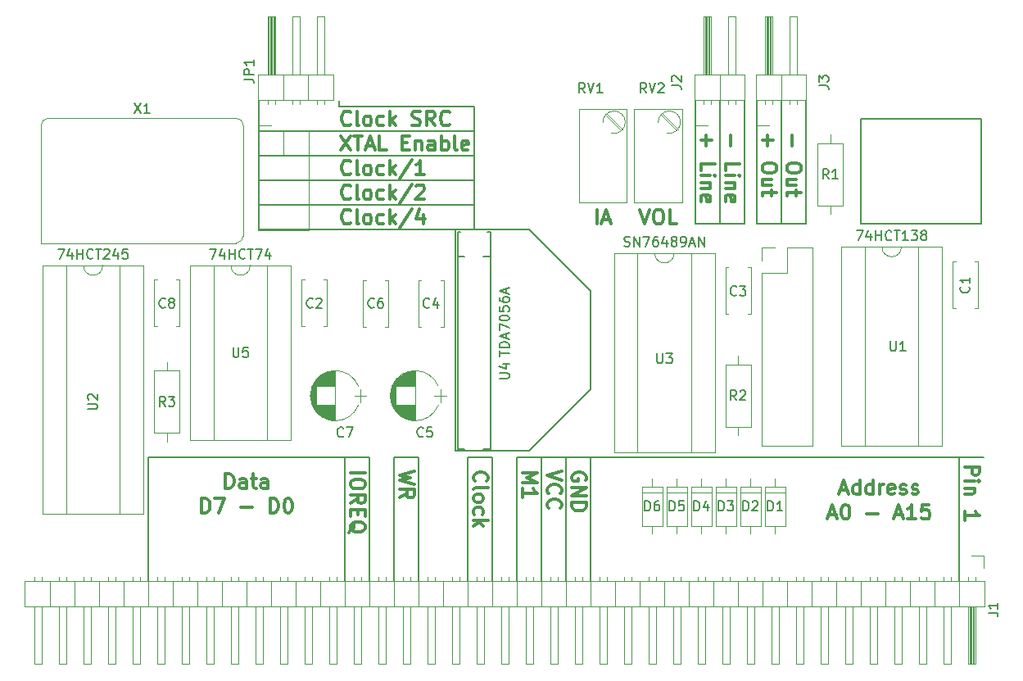
<source format=gto>
G04 #@! TF.FileFunction,Legend,Top*
%FSLAX46Y46*%
G04 Gerber Fmt 4.6, Leading zero omitted, Abs format (unit mm)*
G04 Created by KiCad (PCBNEW 4.0.6) date 06/13/17 14:47:25*
%MOMM*%
%LPD*%
G01*
G04 APERTURE LIST*
%ADD10C,0.100000*%
%ADD11C,0.200000*%
%ADD12C,0.300000*%
%ADD13C,0.120000*%
%ADD14C,0.150000*%
G04 APERTURE END LIST*
D10*
D11*
X149225000Y-85725000D02*
X149225000Y-85090000D01*
X163195000Y-85725000D02*
X163195000Y-98425000D01*
X149225000Y-85725000D02*
X163195000Y-85725000D01*
X161290000Y-88265000D02*
X163195000Y-88265000D01*
X161290000Y-90805000D02*
X163195000Y-90805000D01*
X161290000Y-93345000D02*
X163195000Y-93345000D01*
X161290000Y-95885000D02*
X163195000Y-95885000D01*
X163195000Y-98425000D02*
X140970000Y-98425000D01*
X140970000Y-98425000D02*
X140970000Y-85090000D01*
D12*
X150439286Y-87530714D02*
X150367857Y-87602143D01*
X150153571Y-87673571D01*
X150010714Y-87673571D01*
X149796429Y-87602143D01*
X149653571Y-87459286D01*
X149582143Y-87316429D01*
X149510714Y-87030714D01*
X149510714Y-86816429D01*
X149582143Y-86530714D01*
X149653571Y-86387857D01*
X149796429Y-86245000D01*
X150010714Y-86173571D01*
X150153571Y-86173571D01*
X150367857Y-86245000D01*
X150439286Y-86316429D01*
X151296429Y-87673571D02*
X151153571Y-87602143D01*
X151082143Y-87459286D01*
X151082143Y-86173571D01*
X152082143Y-87673571D02*
X151939285Y-87602143D01*
X151867857Y-87530714D01*
X151796428Y-87387857D01*
X151796428Y-86959286D01*
X151867857Y-86816429D01*
X151939285Y-86745000D01*
X152082143Y-86673571D01*
X152296428Y-86673571D01*
X152439285Y-86745000D01*
X152510714Y-86816429D01*
X152582143Y-86959286D01*
X152582143Y-87387857D01*
X152510714Y-87530714D01*
X152439285Y-87602143D01*
X152296428Y-87673571D01*
X152082143Y-87673571D01*
X153867857Y-87602143D02*
X153725000Y-87673571D01*
X153439286Y-87673571D01*
X153296428Y-87602143D01*
X153225000Y-87530714D01*
X153153571Y-87387857D01*
X153153571Y-86959286D01*
X153225000Y-86816429D01*
X153296428Y-86745000D01*
X153439286Y-86673571D01*
X153725000Y-86673571D01*
X153867857Y-86745000D01*
X154510714Y-87673571D02*
X154510714Y-86173571D01*
X154653571Y-87102143D02*
X155082142Y-87673571D01*
X155082142Y-86673571D02*
X154510714Y-87245000D01*
X156796428Y-87602143D02*
X157010714Y-87673571D01*
X157367857Y-87673571D01*
X157510714Y-87602143D01*
X157582143Y-87530714D01*
X157653571Y-87387857D01*
X157653571Y-87245000D01*
X157582143Y-87102143D01*
X157510714Y-87030714D01*
X157367857Y-86959286D01*
X157082143Y-86887857D01*
X156939285Y-86816429D01*
X156867857Y-86745000D01*
X156796428Y-86602143D01*
X156796428Y-86459286D01*
X156867857Y-86316429D01*
X156939285Y-86245000D01*
X157082143Y-86173571D01*
X157439285Y-86173571D01*
X157653571Y-86245000D01*
X159153571Y-87673571D02*
X158653571Y-86959286D01*
X158296428Y-87673571D02*
X158296428Y-86173571D01*
X158867856Y-86173571D01*
X159010714Y-86245000D01*
X159082142Y-86316429D01*
X159153571Y-86459286D01*
X159153571Y-86673571D01*
X159082142Y-86816429D01*
X159010714Y-86887857D01*
X158867856Y-86959286D01*
X158296428Y-86959286D01*
X160653571Y-87530714D02*
X160582142Y-87602143D01*
X160367856Y-87673571D01*
X160224999Y-87673571D01*
X160010714Y-87602143D01*
X159867856Y-87459286D01*
X159796428Y-87316429D01*
X159724999Y-87030714D01*
X159724999Y-86816429D01*
X159796428Y-86530714D01*
X159867856Y-86387857D01*
X160010714Y-86245000D01*
X160224999Y-86173571D01*
X160367856Y-86173571D01*
X160582142Y-86245000D01*
X160653571Y-86316429D01*
D11*
X140970000Y-95885000D02*
X161290000Y-95885000D01*
X140970000Y-93345000D02*
X161290000Y-93345000D01*
X140970000Y-90805000D02*
X161290000Y-90805000D01*
X140970000Y-88265000D02*
X140970000Y-98425000D01*
X140970000Y-88265000D02*
X161290000Y-88265000D01*
D12*
X150439286Y-97690714D02*
X150367857Y-97762143D01*
X150153571Y-97833571D01*
X150010714Y-97833571D01*
X149796429Y-97762143D01*
X149653571Y-97619286D01*
X149582143Y-97476429D01*
X149510714Y-97190714D01*
X149510714Y-96976429D01*
X149582143Y-96690714D01*
X149653571Y-96547857D01*
X149796429Y-96405000D01*
X150010714Y-96333571D01*
X150153571Y-96333571D01*
X150367857Y-96405000D01*
X150439286Y-96476429D01*
X151296429Y-97833571D02*
X151153571Y-97762143D01*
X151082143Y-97619286D01*
X151082143Y-96333571D01*
X152082143Y-97833571D02*
X151939285Y-97762143D01*
X151867857Y-97690714D01*
X151796428Y-97547857D01*
X151796428Y-97119286D01*
X151867857Y-96976429D01*
X151939285Y-96905000D01*
X152082143Y-96833571D01*
X152296428Y-96833571D01*
X152439285Y-96905000D01*
X152510714Y-96976429D01*
X152582143Y-97119286D01*
X152582143Y-97547857D01*
X152510714Y-97690714D01*
X152439285Y-97762143D01*
X152296428Y-97833571D01*
X152082143Y-97833571D01*
X153867857Y-97762143D02*
X153725000Y-97833571D01*
X153439286Y-97833571D01*
X153296428Y-97762143D01*
X153225000Y-97690714D01*
X153153571Y-97547857D01*
X153153571Y-97119286D01*
X153225000Y-96976429D01*
X153296428Y-96905000D01*
X153439286Y-96833571D01*
X153725000Y-96833571D01*
X153867857Y-96905000D01*
X154510714Y-97833571D02*
X154510714Y-96333571D01*
X154653571Y-97262143D02*
X155082142Y-97833571D01*
X155082142Y-96833571D02*
X154510714Y-97405000D01*
X156796428Y-96262143D02*
X155510714Y-98190714D01*
X157939286Y-96833571D02*
X157939286Y-97833571D01*
X157582143Y-96262143D02*
X157225000Y-97333571D01*
X158153572Y-97333571D01*
X150439286Y-95150714D02*
X150367857Y-95222143D01*
X150153571Y-95293571D01*
X150010714Y-95293571D01*
X149796429Y-95222143D01*
X149653571Y-95079286D01*
X149582143Y-94936429D01*
X149510714Y-94650714D01*
X149510714Y-94436429D01*
X149582143Y-94150714D01*
X149653571Y-94007857D01*
X149796429Y-93865000D01*
X150010714Y-93793571D01*
X150153571Y-93793571D01*
X150367857Y-93865000D01*
X150439286Y-93936429D01*
X151296429Y-95293571D02*
X151153571Y-95222143D01*
X151082143Y-95079286D01*
X151082143Y-93793571D01*
X152082143Y-95293571D02*
X151939285Y-95222143D01*
X151867857Y-95150714D01*
X151796428Y-95007857D01*
X151796428Y-94579286D01*
X151867857Y-94436429D01*
X151939285Y-94365000D01*
X152082143Y-94293571D01*
X152296428Y-94293571D01*
X152439285Y-94365000D01*
X152510714Y-94436429D01*
X152582143Y-94579286D01*
X152582143Y-95007857D01*
X152510714Y-95150714D01*
X152439285Y-95222143D01*
X152296428Y-95293571D01*
X152082143Y-95293571D01*
X153867857Y-95222143D02*
X153725000Y-95293571D01*
X153439286Y-95293571D01*
X153296428Y-95222143D01*
X153225000Y-95150714D01*
X153153571Y-95007857D01*
X153153571Y-94579286D01*
X153225000Y-94436429D01*
X153296428Y-94365000D01*
X153439286Y-94293571D01*
X153725000Y-94293571D01*
X153867857Y-94365000D01*
X154510714Y-95293571D02*
X154510714Y-93793571D01*
X154653571Y-94722143D02*
X155082142Y-95293571D01*
X155082142Y-94293571D02*
X154510714Y-94865000D01*
X156796428Y-93722143D02*
X155510714Y-95650714D01*
X157225000Y-93936429D02*
X157296429Y-93865000D01*
X157439286Y-93793571D01*
X157796429Y-93793571D01*
X157939286Y-93865000D01*
X158010715Y-93936429D01*
X158082143Y-94079286D01*
X158082143Y-94222143D01*
X158010715Y-94436429D01*
X157153572Y-95293571D01*
X158082143Y-95293571D01*
X150439286Y-92610714D02*
X150367857Y-92682143D01*
X150153571Y-92753571D01*
X150010714Y-92753571D01*
X149796429Y-92682143D01*
X149653571Y-92539286D01*
X149582143Y-92396429D01*
X149510714Y-92110714D01*
X149510714Y-91896429D01*
X149582143Y-91610714D01*
X149653571Y-91467857D01*
X149796429Y-91325000D01*
X150010714Y-91253571D01*
X150153571Y-91253571D01*
X150367857Y-91325000D01*
X150439286Y-91396429D01*
X151296429Y-92753571D02*
X151153571Y-92682143D01*
X151082143Y-92539286D01*
X151082143Y-91253571D01*
X152082143Y-92753571D02*
X151939285Y-92682143D01*
X151867857Y-92610714D01*
X151796428Y-92467857D01*
X151796428Y-92039286D01*
X151867857Y-91896429D01*
X151939285Y-91825000D01*
X152082143Y-91753571D01*
X152296428Y-91753571D01*
X152439285Y-91825000D01*
X152510714Y-91896429D01*
X152582143Y-92039286D01*
X152582143Y-92467857D01*
X152510714Y-92610714D01*
X152439285Y-92682143D01*
X152296428Y-92753571D01*
X152082143Y-92753571D01*
X153867857Y-92682143D02*
X153725000Y-92753571D01*
X153439286Y-92753571D01*
X153296428Y-92682143D01*
X153225000Y-92610714D01*
X153153571Y-92467857D01*
X153153571Y-92039286D01*
X153225000Y-91896429D01*
X153296428Y-91825000D01*
X153439286Y-91753571D01*
X153725000Y-91753571D01*
X153867857Y-91825000D01*
X154510714Y-92753571D02*
X154510714Y-91253571D01*
X154653571Y-92182143D02*
X155082142Y-92753571D01*
X155082142Y-91753571D02*
X154510714Y-92325000D01*
X156796428Y-91182143D02*
X155510714Y-93110714D01*
X158082143Y-92753571D02*
X157225000Y-92753571D01*
X157653572Y-92753571D02*
X157653572Y-91253571D01*
X157510715Y-91467857D01*
X157367857Y-91610714D01*
X157225000Y-91682143D01*
X149439286Y-88713571D02*
X150439286Y-90213571D01*
X150439286Y-88713571D02*
X149439286Y-90213571D01*
X150796428Y-88713571D02*
X151653571Y-88713571D01*
X151225000Y-90213571D02*
X151225000Y-88713571D01*
X152082142Y-89785000D02*
X152796428Y-89785000D01*
X151939285Y-90213571D02*
X152439285Y-88713571D01*
X152939285Y-90213571D01*
X154153571Y-90213571D02*
X153439285Y-90213571D01*
X153439285Y-88713571D01*
X155796428Y-89427857D02*
X156296428Y-89427857D01*
X156510714Y-90213571D02*
X155796428Y-90213571D01*
X155796428Y-88713571D01*
X156510714Y-88713571D01*
X157153571Y-89213571D02*
X157153571Y-90213571D01*
X157153571Y-89356429D02*
X157224999Y-89285000D01*
X157367857Y-89213571D01*
X157582142Y-89213571D01*
X157724999Y-89285000D01*
X157796428Y-89427857D01*
X157796428Y-90213571D01*
X159153571Y-90213571D02*
X159153571Y-89427857D01*
X159082142Y-89285000D01*
X158939285Y-89213571D01*
X158653571Y-89213571D01*
X158510714Y-89285000D01*
X159153571Y-90142143D02*
X159010714Y-90213571D01*
X158653571Y-90213571D01*
X158510714Y-90142143D01*
X158439285Y-89999286D01*
X158439285Y-89856429D01*
X158510714Y-89713571D01*
X158653571Y-89642143D01*
X159010714Y-89642143D01*
X159153571Y-89570714D01*
X159867857Y-90213571D02*
X159867857Y-88713571D01*
X159867857Y-89285000D02*
X160010714Y-89213571D01*
X160296428Y-89213571D01*
X160439285Y-89285000D01*
X160510714Y-89356429D01*
X160582143Y-89499286D01*
X160582143Y-89927857D01*
X160510714Y-90070714D01*
X160439285Y-90142143D01*
X160296428Y-90213571D01*
X160010714Y-90213571D01*
X159867857Y-90142143D01*
X161439286Y-90213571D02*
X161296428Y-90142143D01*
X161225000Y-89999286D01*
X161225000Y-88713571D01*
X162582142Y-90142143D02*
X162439285Y-90213571D01*
X162153571Y-90213571D01*
X162010714Y-90142143D01*
X161939285Y-89999286D01*
X161939285Y-89427857D01*
X162010714Y-89285000D01*
X162153571Y-89213571D01*
X162439285Y-89213571D01*
X162582142Y-89285000D01*
X162653571Y-89427857D01*
X162653571Y-89570714D01*
X161939285Y-89713571D01*
X175887143Y-97833571D02*
X175887143Y-96333571D01*
X176530000Y-97405000D02*
X177244286Y-97405000D01*
X176387143Y-97833571D02*
X176887143Y-96333571D01*
X177387143Y-97833571D01*
X180352143Y-96333571D02*
X180852143Y-97833571D01*
X181352143Y-96333571D01*
X182137857Y-96333571D02*
X182423571Y-96333571D01*
X182566429Y-96405000D01*
X182709286Y-96547857D01*
X182780714Y-96833571D01*
X182780714Y-97333571D01*
X182709286Y-97619286D01*
X182566429Y-97762143D01*
X182423571Y-97833571D01*
X182137857Y-97833571D01*
X181995000Y-97762143D01*
X181852143Y-97619286D01*
X181780714Y-97333571D01*
X181780714Y-96833571D01*
X181852143Y-96547857D01*
X181995000Y-96405000D01*
X182137857Y-96333571D01*
X184137858Y-97833571D02*
X183423572Y-97833571D01*
X183423572Y-96333571D01*
X163294286Y-124404286D02*
X163222857Y-124332857D01*
X163151429Y-124118571D01*
X163151429Y-123975714D01*
X163222857Y-123761429D01*
X163365714Y-123618571D01*
X163508571Y-123547143D01*
X163794286Y-123475714D01*
X164008571Y-123475714D01*
X164294286Y-123547143D01*
X164437143Y-123618571D01*
X164580000Y-123761429D01*
X164651429Y-123975714D01*
X164651429Y-124118571D01*
X164580000Y-124332857D01*
X164508571Y-124404286D01*
X163151429Y-125261429D02*
X163222857Y-125118571D01*
X163365714Y-125047143D01*
X164651429Y-125047143D01*
X163151429Y-126047143D02*
X163222857Y-125904285D01*
X163294286Y-125832857D01*
X163437143Y-125761428D01*
X163865714Y-125761428D01*
X164008571Y-125832857D01*
X164080000Y-125904285D01*
X164151429Y-126047143D01*
X164151429Y-126261428D01*
X164080000Y-126404285D01*
X164008571Y-126475714D01*
X163865714Y-126547143D01*
X163437143Y-126547143D01*
X163294286Y-126475714D01*
X163222857Y-126404285D01*
X163151429Y-126261428D01*
X163151429Y-126047143D01*
X163222857Y-127832857D02*
X163151429Y-127690000D01*
X163151429Y-127404286D01*
X163222857Y-127261428D01*
X163294286Y-127190000D01*
X163437143Y-127118571D01*
X163865714Y-127118571D01*
X164008571Y-127190000D01*
X164080000Y-127261428D01*
X164151429Y-127404286D01*
X164151429Y-127690000D01*
X164080000Y-127832857D01*
X163151429Y-128475714D02*
X164651429Y-128475714D01*
X163722857Y-128618571D02*
X163151429Y-129047142D01*
X164151429Y-129047142D02*
X163580000Y-128475714D01*
D11*
X162560000Y-121920000D02*
X162560000Y-134620000D01*
X165100000Y-121920000D02*
X162560000Y-121920000D01*
X165100000Y-134620000D02*
X165100000Y-121920000D01*
X168910000Y-121285000D02*
X161290000Y-121285000D01*
X175260000Y-114935000D02*
X175260000Y-104775000D01*
X175260000Y-114935000D02*
X175260000Y-114300000D01*
X168910000Y-121285000D02*
X175260000Y-114935000D01*
X168910000Y-98425000D02*
X175260000Y-104775000D01*
X161290000Y-98425000D02*
X168910000Y-98425000D01*
X161290000Y-121285000D02*
X161290000Y-98425000D01*
D12*
X193567857Y-88622143D02*
X193567857Y-89765000D01*
X192996429Y-89193571D02*
X194139286Y-89193571D01*
X194496429Y-91907857D02*
X194496429Y-92193571D01*
X194425000Y-92336429D01*
X194282143Y-92479286D01*
X193996429Y-92550714D01*
X193496429Y-92550714D01*
X193210714Y-92479286D01*
X193067857Y-92336429D01*
X192996429Y-92193571D01*
X192996429Y-91907857D01*
X193067857Y-91765000D01*
X193210714Y-91622143D01*
X193496429Y-91550714D01*
X193996429Y-91550714D01*
X194282143Y-91622143D01*
X194425000Y-91765000D01*
X194496429Y-91907857D01*
X193996429Y-93836429D02*
X192996429Y-93836429D01*
X193996429Y-93193572D02*
X193210714Y-93193572D01*
X193067857Y-93265000D01*
X192996429Y-93407858D01*
X192996429Y-93622143D01*
X193067857Y-93765000D01*
X193139286Y-93836429D01*
X193996429Y-94336429D02*
X193996429Y-94907858D01*
X194496429Y-94550715D02*
X193210714Y-94550715D01*
X193067857Y-94622143D01*
X192996429Y-94765001D01*
X192996429Y-94907858D01*
X196107857Y-88622143D02*
X196107857Y-89765000D01*
X197036429Y-91907857D02*
X197036429Y-92193571D01*
X196965000Y-92336429D01*
X196822143Y-92479286D01*
X196536429Y-92550714D01*
X196036429Y-92550714D01*
X195750714Y-92479286D01*
X195607857Y-92336429D01*
X195536429Y-92193571D01*
X195536429Y-91907857D01*
X195607857Y-91765000D01*
X195750714Y-91622143D01*
X196036429Y-91550714D01*
X196536429Y-91550714D01*
X196822143Y-91622143D01*
X196965000Y-91765000D01*
X197036429Y-91907857D01*
X196536429Y-93836429D02*
X195536429Y-93836429D01*
X196536429Y-93193572D02*
X195750714Y-93193572D01*
X195607857Y-93265000D01*
X195536429Y-93407858D01*
X195536429Y-93622143D01*
X195607857Y-93765000D01*
X195679286Y-93836429D01*
X196536429Y-94336429D02*
X196536429Y-94907858D01*
X197036429Y-94550715D02*
X195750714Y-94550715D01*
X195607857Y-94622143D01*
X195536429Y-94765001D01*
X195536429Y-94907858D01*
D11*
X192405000Y-97790000D02*
X192405000Y-85090000D01*
X197485000Y-97790000D02*
X197485000Y-85090000D01*
X192405000Y-97790000D02*
X197485000Y-97790000D01*
X194945000Y-85090000D02*
X194945000Y-97790000D01*
D12*
X187217857Y-88622143D02*
X187217857Y-89765000D01*
X186646429Y-89193571D02*
X187789286Y-89193571D01*
X186646429Y-92336429D02*
X186646429Y-91622143D01*
X188146429Y-91622143D01*
X186646429Y-92836429D02*
X187646429Y-92836429D01*
X188146429Y-92836429D02*
X188075000Y-92765000D01*
X188003571Y-92836429D01*
X188075000Y-92907857D01*
X188146429Y-92836429D01*
X188003571Y-92836429D01*
X187646429Y-93550715D02*
X186646429Y-93550715D01*
X187503571Y-93550715D02*
X187575000Y-93622143D01*
X187646429Y-93765001D01*
X187646429Y-93979286D01*
X187575000Y-94122143D01*
X187432143Y-94193572D01*
X186646429Y-94193572D01*
X186717857Y-95479286D02*
X186646429Y-95336429D01*
X186646429Y-95050715D01*
X186717857Y-94907858D01*
X186860714Y-94836429D01*
X187432143Y-94836429D01*
X187575000Y-94907858D01*
X187646429Y-95050715D01*
X187646429Y-95336429D01*
X187575000Y-95479286D01*
X187432143Y-95550715D01*
X187289286Y-95550715D01*
X187146429Y-94836429D01*
D11*
X188595000Y-97790000D02*
X188595000Y-85090000D01*
X191135000Y-85090000D02*
X191135000Y-97790000D01*
X186055000Y-85090000D02*
X186055000Y-97790000D01*
X186055000Y-97790000D02*
X191135000Y-97790000D01*
D12*
X189757857Y-88622143D02*
X189757857Y-89765000D01*
X189186429Y-92336429D02*
X189186429Y-91622143D01*
X190686429Y-91622143D01*
X189186429Y-92836429D02*
X190186429Y-92836429D01*
X190686429Y-92836429D02*
X190615000Y-92765000D01*
X190543571Y-92836429D01*
X190615000Y-92907857D01*
X190686429Y-92836429D01*
X190543571Y-92836429D01*
X190186429Y-93550715D02*
X189186429Y-93550715D01*
X190043571Y-93550715D02*
X190115000Y-93622143D01*
X190186429Y-93765001D01*
X190186429Y-93979286D01*
X190115000Y-94122143D01*
X189972143Y-94193572D01*
X189186429Y-94193572D01*
X189257857Y-95479286D02*
X189186429Y-95336429D01*
X189186429Y-95050715D01*
X189257857Y-94907858D01*
X189400714Y-94836429D01*
X189972143Y-94836429D01*
X190115000Y-94907858D01*
X190186429Y-95050715D01*
X190186429Y-95336429D01*
X190115000Y-95479286D01*
X189972143Y-95550715D01*
X189829286Y-95550715D01*
X189686429Y-94836429D01*
X150451429Y-123547143D02*
X151951429Y-123547143D01*
X151951429Y-124547143D02*
X151951429Y-124832857D01*
X151880000Y-124975715D01*
X151737143Y-125118572D01*
X151451429Y-125190000D01*
X150951429Y-125190000D01*
X150665714Y-125118572D01*
X150522857Y-124975715D01*
X150451429Y-124832857D01*
X150451429Y-124547143D01*
X150522857Y-124404286D01*
X150665714Y-124261429D01*
X150951429Y-124190000D01*
X151451429Y-124190000D01*
X151737143Y-124261429D01*
X151880000Y-124404286D01*
X151951429Y-124547143D01*
X150451429Y-126690001D02*
X151165714Y-126190001D01*
X150451429Y-125832858D02*
X151951429Y-125832858D01*
X151951429Y-126404286D01*
X151880000Y-126547144D01*
X151808571Y-126618572D01*
X151665714Y-126690001D01*
X151451429Y-126690001D01*
X151308571Y-126618572D01*
X151237143Y-126547144D01*
X151165714Y-126404286D01*
X151165714Y-125832858D01*
X151237143Y-127332858D02*
X151237143Y-127832858D01*
X150451429Y-128047144D02*
X150451429Y-127332858D01*
X151951429Y-127332858D01*
X151951429Y-128047144D01*
X150308571Y-129690001D02*
X150380000Y-129547144D01*
X150522857Y-129404287D01*
X150737143Y-129190001D01*
X150808571Y-129047144D01*
X150808571Y-128904287D01*
X150451429Y-128975715D02*
X150522857Y-128832858D01*
X150665714Y-128690001D01*
X150951429Y-128618572D01*
X151451429Y-128618572D01*
X151737143Y-128690001D01*
X151880000Y-128832858D01*
X151951429Y-128975715D01*
X151951429Y-129261429D01*
X151880000Y-129404287D01*
X151737143Y-129547144D01*
X151451429Y-129618572D01*
X150951429Y-129618572D01*
X150665714Y-129547144D01*
X150522857Y-129404287D01*
X150451429Y-129261429D01*
X150451429Y-128975715D01*
X157031429Y-123404286D02*
X155531429Y-123761429D01*
X156602857Y-124047143D01*
X155531429Y-124332857D01*
X157031429Y-124690000D01*
X155531429Y-126118572D02*
X156245714Y-125618572D01*
X155531429Y-125261429D02*
X157031429Y-125261429D01*
X157031429Y-125832857D01*
X156960000Y-125975715D01*
X156888571Y-126047143D01*
X156745714Y-126118572D01*
X156531429Y-126118572D01*
X156388571Y-126047143D01*
X156317143Y-125975715D01*
X156245714Y-125832857D01*
X156245714Y-125261429D01*
X168231429Y-123547143D02*
X169731429Y-123547143D01*
X168660000Y-124047143D01*
X169731429Y-124547143D01*
X168231429Y-124547143D01*
X168231429Y-126047143D02*
X168231429Y-125190000D01*
X168231429Y-125618572D02*
X169731429Y-125618572D01*
X169517143Y-125475715D01*
X169374286Y-125332857D01*
X169302857Y-125190000D01*
X172271429Y-123332857D02*
X170771429Y-123832857D01*
X172271429Y-124332857D01*
X170914286Y-125690000D02*
X170842857Y-125618571D01*
X170771429Y-125404285D01*
X170771429Y-125261428D01*
X170842857Y-125047143D01*
X170985714Y-124904285D01*
X171128571Y-124832857D01*
X171414286Y-124761428D01*
X171628571Y-124761428D01*
X171914286Y-124832857D01*
X172057143Y-124904285D01*
X172200000Y-125047143D01*
X172271429Y-125261428D01*
X172271429Y-125404285D01*
X172200000Y-125618571D01*
X172128571Y-125690000D01*
X170914286Y-127190000D02*
X170842857Y-127118571D01*
X170771429Y-126904285D01*
X170771429Y-126761428D01*
X170842857Y-126547143D01*
X170985714Y-126404285D01*
X171128571Y-126332857D01*
X171414286Y-126261428D01*
X171628571Y-126261428D01*
X171914286Y-126332857D01*
X172057143Y-126404285D01*
X172200000Y-126547143D01*
X172271429Y-126761428D01*
X172271429Y-126904285D01*
X172200000Y-127118571D01*
X172128571Y-127190000D01*
X174740000Y-124332857D02*
X174811429Y-124190000D01*
X174811429Y-123975714D01*
X174740000Y-123761429D01*
X174597143Y-123618571D01*
X174454286Y-123547143D01*
X174168571Y-123475714D01*
X173954286Y-123475714D01*
X173668571Y-123547143D01*
X173525714Y-123618571D01*
X173382857Y-123761429D01*
X173311429Y-123975714D01*
X173311429Y-124118571D01*
X173382857Y-124332857D01*
X173454286Y-124404286D01*
X173954286Y-124404286D01*
X173954286Y-124118571D01*
X173311429Y-125047143D02*
X174811429Y-125047143D01*
X173311429Y-125904286D01*
X174811429Y-125904286D01*
X173311429Y-126618572D02*
X174811429Y-126618572D01*
X174811429Y-126975715D01*
X174740000Y-127190000D01*
X174597143Y-127332858D01*
X174454286Y-127404286D01*
X174168571Y-127475715D01*
X173954286Y-127475715D01*
X173668571Y-127404286D01*
X173525714Y-127332858D01*
X173382857Y-127190000D01*
X173311429Y-126975715D01*
X173311429Y-126618572D01*
X137521429Y-125133571D02*
X137521429Y-123633571D01*
X137878572Y-123633571D01*
X138092857Y-123705000D01*
X138235715Y-123847857D01*
X138307143Y-123990714D01*
X138378572Y-124276429D01*
X138378572Y-124490714D01*
X138307143Y-124776429D01*
X138235715Y-124919286D01*
X138092857Y-125062143D01*
X137878572Y-125133571D01*
X137521429Y-125133571D01*
X139664286Y-125133571D02*
X139664286Y-124347857D01*
X139592857Y-124205000D01*
X139450000Y-124133571D01*
X139164286Y-124133571D01*
X139021429Y-124205000D01*
X139664286Y-125062143D02*
X139521429Y-125133571D01*
X139164286Y-125133571D01*
X139021429Y-125062143D01*
X138950000Y-124919286D01*
X138950000Y-124776429D01*
X139021429Y-124633571D01*
X139164286Y-124562143D01*
X139521429Y-124562143D01*
X139664286Y-124490714D01*
X140164286Y-124133571D02*
X140735715Y-124133571D01*
X140378572Y-123633571D02*
X140378572Y-124919286D01*
X140450000Y-125062143D01*
X140592858Y-125133571D01*
X140735715Y-125133571D01*
X141878572Y-125133571D02*
X141878572Y-124347857D01*
X141807143Y-124205000D01*
X141664286Y-124133571D01*
X141378572Y-124133571D01*
X141235715Y-124205000D01*
X141878572Y-125062143D02*
X141735715Y-125133571D01*
X141378572Y-125133571D01*
X141235715Y-125062143D01*
X141164286Y-124919286D01*
X141164286Y-124776429D01*
X141235715Y-124633571D01*
X141378572Y-124562143D01*
X141735715Y-124562143D01*
X141878572Y-124490714D01*
X135057144Y-127683571D02*
X135057144Y-126183571D01*
X135414287Y-126183571D01*
X135628572Y-126255000D01*
X135771430Y-126397857D01*
X135842858Y-126540714D01*
X135914287Y-126826429D01*
X135914287Y-127040714D01*
X135842858Y-127326429D01*
X135771430Y-127469286D01*
X135628572Y-127612143D01*
X135414287Y-127683571D01*
X135057144Y-127683571D01*
X136414287Y-126183571D02*
X137414287Y-126183571D01*
X136771430Y-127683571D01*
X139128572Y-127112143D02*
X140271429Y-127112143D01*
X142128572Y-127683571D02*
X142128572Y-126183571D01*
X142485715Y-126183571D01*
X142700000Y-126255000D01*
X142842858Y-126397857D01*
X142914286Y-126540714D01*
X142985715Y-126826429D01*
X142985715Y-127040714D01*
X142914286Y-127326429D01*
X142842858Y-127469286D01*
X142700000Y-127612143D01*
X142485715Y-127683571D01*
X142128572Y-127683571D01*
X143914286Y-126183571D02*
X144057143Y-126183571D01*
X144200000Y-126255000D01*
X144271429Y-126326429D01*
X144342858Y-126469286D01*
X144414286Y-126755000D01*
X144414286Y-127112143D01*
X144342858Y-127397857D01*
X144271429Y-127540714D01*
X144200000Y-127612143D01*
X144057143Y-127683571D01*
X143914286Y-127683571D01*
X143771429Y-127612143D01*
X143700000Y-127540714D01*
X143628572Y-127397857D01*
X143557143Y-127112143D01*
X143557143Y-126755000D01*
X143628572Y-126469286D01*
X143700000Y-126326429D01*
X143771429Y-126255000D01*
X143914286Y-126183571D01*
X201069286Y-125340000D02*
X201783572Y-125340000D01*
X200926429Y-125768571D02*
X201426429Y-124268571D01*
X201926429Y-125768571D01*
X203069286Y-125768571D02*
X203069286Y-124268571D01*
X203069286Y-125697143D02*
X202926429Y-125768571D01*
X202640715Y-125768571D01*
X202497857Y-125697143D01*
X202426429Y-125625714D01*
X202355000Y-125482857D01*
X202355000Y-125054286D01*
X202426429Y-124911429D01*
X202497857Y-124840000D01*
X202640715Y-124768571D01*
X202926429Y-124768571D01*
X203069286Y-124840000D01*
X204426429Y-125768571D02*
X204426429Y-124268571D01*
X204426429Y-125697143D02*
X204283572Y-125768571D01*
X203997858Y-125768571D01*
X203855000Y-125697143D01*
X203783572Y-125625714D01*
X203712143Y-125482857D01*
X203712143Y-125054286D01*
X203783572Y-124911429D01*
X203855000Y-124840000D01*
X203997858Y-124768571D01*
X204283572Y-124768571D01*
X204426429Y-124840000D01*
X205140715Y-125768571D02*
X205140715Y-124768571D01*
X205140715Y-125054286D02*
X205212143Y-124911429D01*
X205283572Y-124840000D01*
X205426429Y-124768571D01*
X205569286Y-124768571D01*
X206640714Y-125697143D02*
X206497857Y-125768571D01*
X206212143Y-125768571D01*
X206069286Y-125697143D01*
X205997857Y-125554286D01*
X205997857Y-124982857D01*
X206069286Y-124840000D01*
X206212143Y-124768571D01*
X206497857Y-124768571D01*
X206640714Y-124840000D01*
X206712143Y-124982857D01*
X206712143Y-125125714D01*
X205997857Y-125268571D01*
X207283571Y-125697143D02*
X207426428Y-125768571D01*
X207712143Y-125768571D01*
X207855000Y-125697143D01*
X207926428Y-125554286D01*
X207926428Y-125482857D01*
X207855000Y-125340000D01*
X207712143Y-125268571D01*
X207497857Y-125268571D01*
X207355000Y-125197143D01*
X207283571Y-125054286D01*
X207283571Y-124982857D01*
X207355000Y-124840000D01*
X207497857Y-124768571D01*
X207712143Y-124768571D01*
X207855000Y-124840000D01*
X208497857Y-125697143D02*
X208640714Y-125768571D01*
X208926429Y-125768571D01*
X209069286Y-125697143D01*
X209140714Y-125554286D01*
X209140714Y-125482857D01*
X209069286Y-125340000D01*
X208926429Y-125268571D01*
X208712143Y-125268571D01*
X208569286Y-125197143D01*
X208497857Y-125054286D01*
X208497857Y-124982857D01*
X208569286Y-124840000D01*
X208712143Y-124768571D01*
X208926429Y-124768571D01*
X209069286Y-124840000D01*
X199890715Y-127890000D02*
X200605001Y-127890000D01*
X199747858Y-128318571D02*
X200247858Y-126818571D01*
X200747858Y-128318571D01*
X201533572Y-126818571D02*
X201676429Y-126818571D01*
X201819286Y-126890000D01*
X201890715Y-126961429D01*
X201962144Y-127104286D01*
X202033572Y-127390000D01*
X202033572Y-127747143D01*
X201962144Y-128032857D01*
X201890715Y-128175714D01*
X201819286Y-128247143D01*
X201676429Y-128318571D01*
X201533572Y-128318571D01*
X201390715Y-128247143D01*
X201319286Y-128175714D01*
X201247858Y-128032857D01*
X201176429Y-127747143D01*
X201176429Y-127390000D01*
X201247858Y-127104286D01*
X201319286Y-126961429D01*
X201390715Y-126890000D01*
X201533572Y-126818571D01*
X203819286Y-127747143D02*
X204962143Y-127747143D01*
X206747857Y-127890000D02*
X207462143Y-127890000D01*
X206605000Y-128318571D02*
X207105000Y-126818571D01*
X207605000Y-128318571D01*
X208890714Y-128318571D02*
X208033571Y-128318571D01*
X208462143Y-128318571D02*
X208462143Y-126818571D01*
X208319286Y-127032857D01*
X208176428Y-127175714D01*
X208033571Y-127247143D01*
X210247857Y-126818571D02*
X209533571Y-126818571D01*
X209462142Y-127532857D01*
X209533571Y-127461429D01*
X209676428Y-127390000D01*
X210033571Y-127390000D01*
X210176428Y-127461429D01*
X210247857Y-127532857D01*
X210319285Y-127675714D01*
X210319285Y-128032857D01*
X210247857Y-128175714D01*
X210176428Y-128247143D01*
X210033571Y-128318571D01*
X209676428Y-128318571D01*
X209533571Y-128247143D01*
X209462142Y-128175714D01*
D11*
X129540000Y-121920000D02*
X129540000Y-134620000D01*
X149860000Y-121920000D02*
X129540000Y-121920000D01*
X149860000Y-121920000D02*
X149860000Y-134620000D01*
X152400000Y-121920000D02*
X149860000Y-121920000D01*
X152400000Y-121920000D02*
X152400000Y-134620000D01*
X154940000Y-121920000D02*
X154940000Y-134620000D01*
X157480000Y-121920000D02*
X154940000Y-121920000D01*
X157480000Y-134620000D02*
X157480000Y-121920000D01*
X167640000Y-121920000D02*
X170180000Y-121920000D01*
X167640000Y-134620000D02*
X167640000Y-121920000D01*
X175260000Y-121920000D02*
X213360000Y-121920000D01*
X175260000Y-121920000D02*
X175260000Y-134620000D01*
X172720000Y-121920000D02*
X175260000Y-121920000D01*
X172720000Y-121920000D02*
X172720000Y-134620000D01*
X170180000Y-121920000D02*
X172720000Y-121920000D01*
X170180000Y-134620000D02*
X170180000Y-121920000D01*
D12*
X213951429Y-122912143D02*
X215451429Y-122912143D01*
X215451429Y-123483571D01*
X215380000Y-123626429D01*
X215308571Y-123697857D01*
X215165714Y-123769286D01*
X214951429Y-123769286D01*
X214808571Y-123697857D01*
X214737143Y-123626429D01*
X214665714Y-123483571D01*
X214665714Y-122912143D01*
X213951429Y-124412143D02*
X214951429Y-124412143D01*
X215451429Y-124412143D02*
X215380000Y-124340714D01*
X215308571Y-124412143D01*
X215380000Y-124483571D01*
X215451429Y-124412143D01*
X215308571Y-124412143D01*
X214951429Y-125126429D02*
X213951429Y-125126429D01*
X214808571Y-125126429D02*
X214880000Y-125197857D01*
X214951429Y-125340715D01*
X214951429Y-125555000D01*
X214880000Y-125697857D01*
X214737143Y-125769286D01*
X213951429Y-125769286D01*
X213951429Y-128412143D02*
X213951429Y-127555000D01*
X213951429Y-127983572D02*
X215451429Y-127983572D01*
X215237143Y-127840715D01*
X215094286Y-127697857D01*
X215022857Y-127555000D01*
D11*
X213360000Y-121920000D02*
X213360000Y-134620000D01*
X215900000Y-121920000D02*
X213360000Y-121920000D01*
D13*
X215305000Y-101690000D02*
X215305000Y-106510000D01*
X212685000Y-101690000D02*
X212685000Y-106510000D01*
X215305000Y-101690000D02*
X214991000Y-101690000D01*
X212999000Y-101690000D02*
X212685000Y-101690000D01*
X215305000Y-106510000D02*
X214991000Y-106510000D01*
X212999000Y-106510000D02*
X212685000Y-106510000D01*
X205375000Y-100210000D02*
X203605000Y-100210000D01*
X203605000Y-100210000D02*
X203605000Y-120770000D01*
X203605000Y-120770000D02*
X209145000Y-120770000D01*
X209145000Y-120770000D02*
X209145000Y-100210000D01*
X209145000Y-100210000D02*
X207375000Y-100210000D01*
X201175000Y-100210000D02*
X201175000Y-120770000D01*
X201175000Y-120770000D02*
X211575000Y-120770000D01*
X211575000Y-120770000D02*
X211575000Y-100210000D01*
X211575000Y-100210000D02*
X201175000Y-100210000D01*
X207375000Y-100210000D02*
G75*
G02X205375000Y-100210000I-1000000J0D01*
G01*
X147995000Y-103595000D02*
X147995000Y-108415000D01*
X145375000Y-103595000D02*
X145375000Y-108415000D01*
X147995000Y-103595000D02*
X147681000Y-103595000D01*
X145689000Y-103595000D02*
X145375000Y-103595000D01*
X147995000Y-108415000D02*
X147681000Y-108415000D01*
X145689000Y-108415000D02*
X145375000Y-108415000D01*
X191810000Y-102325000D02*
X191810000Y-107145000D01*
X189190000Y-102325000D02*
X189190000Y-107145000D01*
X191810000Y-102325000D02*
X191496000Y-102325000D01*
X189504000Y-102325000D02*
X189190000Y-102325000D01*
X191810000Y-107145000D02*
X191496000Y-107145000D01*
X189504000Y-107145000D02*
X189190000Y-107145000D01*
X215960000Y-134690000D02*
X213360000Y-134690000D01*
X213360000Y-134690000D02*
X213360000Y-137310000D01*
X213360000Y-137310000D02*
X215960000Y-137310000D01*
X215960000Y-137310000D02*
X215960000Y-134690000D01*
X215010000Y-137310000D02*
X214250000Y-137310000D01*
X214250000Y-137310000D02*
X214250000Y-143310000D01*
X214250000Y-143310000D02*
X215010000Y-143310000D01*
X215010000Y-143310000D02*
X215010000Y-137310000D01*
X215010000Y-134260000D02*
X215010000Y-134690000D01*
X214250000Y-134260000D02*
X214250000Y-134690000D01*
X214890000Y-137310000D02*
X214890000Y-143310000D01*
X214770000Y-137310000D02*
X214770000Y-143310000D01*
X214650000Y-137310000D02*
X214650000Y-143310000D01*
X214530000Y-137310000D02*
X214530000Y-143310000D01*
X214410000Y-137310000D02*
X214410000Y-143310000D01*
X214290000Y-137310000D02*
X214290000Y-143310000D01*
X213360000Y-134690000D02*
X210820000Y-134690000D01*
X210820000Y-134690000D02*
X210820000Y-137310000D01*
X210820000Y-137310000D02*
X213360000Y-137310000D01*
X213360000Y-137310000D02*
X213360000Y-134690000D01*
X212470000Y-137310000D02*
X211710000Y-137310000D01*
X211710000Y-137310000D02*
X211710000Y-143310000D01*
X211710000Y-143310000D02*
X212470000Y-143310000D01*
X212470000Y-143310000D02*
X212470000Y-137310000D01*
X212470000Y-134260000D02*
X212470000Y-134690000D01*
X211710000Y-134260000D02*
X211710000Y-134690000D01*
X210820000Y-134690000D02*
X208280000Y-134690000D01*
X208280000Y-134690000D02*
X208280000Y-137310000D01*
X208280000Y-137310000D02*
X210820000Y-137310000D01*
X210820000Y-137310000D02*
X210820000Y-134690000D01*
X209930000Y-137310000D02*
X209170000Y-137310000D01*
X209170000Y-137310000D02*
X209170000Y-143310000D01*
X209170000Y-143310000D02*
X209930000Y-143310000D01*
X209930000Y-143310000D02*
X209930000Y-137310000D01*
X209930000Y-134260000D02*
X209930000Y-134690000D01*
X209170000Y-134260000D02*
X209170000Y-134690000D01*
X208280000Y-134690000D02*
X205740000Y-134690000D01*
X205740000Y-134690000D02*
X205740000Y-137310000D01*
X205740000Y-137310000D02*
X208280000Y-137310000D01*
X208280000Y-137310000D02*
X208280000Y-134690000D01*
X207390000Y-137310000D02*
X206630000Y-137310000D01*
X206630000Y-137310000D02*
X206630000Y-143310000D01*
X206630000Y-143310000D02*
X207390000Y-143310000D01*
X207390000Y-143310000D02*
X207390000Y-137310000D01*
X207390000Y-134260000D02*
X207390000Y-134690000D01*
X206630000Y-134260000D02*
X206630000Y-134690000D01*
X205740000Y-134690000D02*
X203200000Y-134690000D01*
X203200000Y-134690000D02*
X203200000Y-137310000D01*
X203200000Y-137310000D02*
X205740000Y-137310000D01*
X205740000Y-137310000D02*
X205740000Y-134690000D01*
X204850000Y-137310000D02*
X204090000Y-137310000D01*
X204090000Y-137310000D02*
X204090000Y-143310000D01*
X204090000Y-143310000D02*
X204850000Y-143310000D01*
X204850000Y-143310000D02*
X204850000Y-137310000D01*
X204850000Y-134260000D02*
X204850000Y-134690000D01*
X204090000Y-134260000D02*
X204090000Y-134690000D01*
X203200000Y-134690000D02*
X200660000Y-134690000D01*
X200660000Y-134690000D02*
X200660000Y-137310000D01*
X200660000Y-137310000D02*
X203200000Y-137310000D01*
X203200000Y-137310000D02*
X203200000Y-134690000D01*
X202310000Y-137310000D02*
X201550000Y-137310000D01*
X201550000Y-137310000D02*
X201550000Y-143310000D01*
X201550000Y-143310000D02*
X202310000Y-143310000D01*
X202310000Y-143310000D02*
X202310000Y-137310000D01*
X202310000Y-134260000D02*
X202310000Y-134690000D01*
X201550000Y-134260000D02*
X201550000Y-134690000D01*
X200660000Y-134690000D02*
X198120000Y-134690000D01*
X198120000Y-134690000D02*
X198120000Y-137310000D01*
X198120000Y-137310000D02*
X200660000Y-137310000D01*
X200660000Y-137310000D02*
X200660000Y-134690000D01*
X199770000Y-137310000D02*
X199010000Y-137310000D01*
X199010000Y-137310000D02*
X199010000Y-143310000D01*
X199010000Y-143310000D02*
X199770000Y-143310000D01*
X199770000Y-143310000D02*
X199770000Y-137310000D01*
X199770000Y-134260000D02*
X199770000Y-134690000D01*
X199010000Y-134260000D02*
X199010000Y-134690000D01*
X198120000Y-134690000D02*
X195580000Y-134690000D01*
X195580000Y-134690000D02*
X195580000Y-137310000D01*
X195580000Y-137310000D02*
X198120000Y-137310000D01*
X198120000Y-137310000D02*
X198120000Y-134690000D01*
X197230000Y-137310000D02*
X196470000Y-137310000D01*
X196470000Y-137310000D02*
X196470000Y-143310000D01*
X196470000Y-143310000D02*
X197230000Y-143310000D01*
X197230000Y-143310000D02*
X197230000Y-137310000D01*
X197230000Y-134260000D02*
X197230000Y-134690000D01*
X196470000Y-134260000D02*
X196470000Y-134690000D01*
X195580000Y-134690000D02*
X193040000Y-134690000D01*
X193040000Y-134690000D02*
X193040000Y-137310000D01*
X193040000Y-137310000D02*
X195580000Y-137310000D01*
X195580000Y-137310000D02*
X195580000Y-134690000D01*
X194690000Y-137310000D02*
X193930000Y-137310000D01*
X193930000Y-137310000D02*
X193930000Y-143310000D01*
X193930000Y-143310000D02*
X194690000Y-143310000D01*
X194690000Y-143310000D02*
X194690000Y-137310000D01*
X194690000Y-134260000D02*
X194690000Y-134690000D01*
X193930000Y-134260000D02*
X193930000Y-134690000D01*
X193040000Y-134690000D02*
X190500000Y-134690000D01*
X190500000Y-134690000D02*
X190500000Y-137310000D01*
X190500000Y-137310000D02*
X193040000Y-137310000D01*
X193040000Y-137310000D02*
X193040000Y-134690000D01*
X192150000Y-137310000D02*
X191390000Y-137310000D01*
X191390000Y-137310000D02*
X191390000Y-143310000D01*
X191390000Y-143310000D02*
X192150000Y-143310000D01*
X192150000Y-143310000D02*
X192150000Y-137310000D01*
X192150000Y-134260000D02*
X192150000Y-134690000D01*
X191390000Y-134260000D02*
X191390000Y-134690000D01*
X190500000Y-134690000D02*
X187960000Y-134690000D01*
X187960000Y-134690000D02*
X187960000Y-137310000D01*
X187960000Y-137310000D02*
X190500000Y-137310000D01*
X190500000Y-137310000D02*
X190500000Y-134690000D01*
X189610000Y-137310000D02*
X188850000Y-137310000D01*
X188850000Y-137310000D02*
X188850000Y-143310000D01*
X188850000Y-143310000D02*
X189610000Y-143310000D01*
X189610000Y-143310000D02*
X189610000Y-137310000D01*
X189610000Y-134260000D02*
X189610000Y-134690000D01*
X188850000Y-134260000D02*
X188850000Y-134690000D01*
X187960000Y-134690000D02*
X185420000Y-134690000D01*
X185420000Y-134690000D02*
X185420000Y-137310000D01*
X185420000Y-137310000D02*
X187960000Y-137310000D01*
X187960000Y-137310000D02*
X187960000Y-134690000D01*
X187070000Y-137310000D02*
X186310000Y-137310000D01*
X186310000Y-137310000D02*
X186310000Y-143310000D01*
X186310000Y-143310000D02*
X187070000Y-143310000D01*
X187070000Y-143310000D02*
X187070000Y-137310000D01*
X187070000Y-134260000D02*
X187070000Y-134690000D01*
X186310000Y-134260000D02*
X186310000Y-134690000D01*
X185420000Y-134690000D02*
X182880000Y-134690000D01*
X182880000Y-134690000D02*
X182880000Y-137310000D01*
X182880000Y-137310000D02*
X185420000Y-137310000D01*
X185420000Y-137310000D02*
X185420000Y-134690000D01*
X184530000Y-137310000D02*
X183770000Y-137310000D01*
X183770000Y-137310000D02*
X183770000Y-143310000D01*
X183770000Y-143310000D02*
X184530000Y-143310000D01*
X184530000Y-143310000D02*
X184530000Y-137310000D01*
X184530000Y-134260000D02*
X184530000Y-134690000D01*
X183770000Y-134260000D02*
X183770000Y-134690000D01*
X182880000Y-134690000D02*
X180340000Y-134690000D01*
X180340000Y-134690000D02*
X180340000Y-137310000D01*
X180340000Y-137310000D02*
X182880000Y-137310000D01*
X182880000Y-137310000D02*
X182880000Y-134690000D01*
X181990000Y-137310000D02*
X181230000Y-137310000D01*
X181230000Y-137310000D02*
X181230000Y-143310000D01*
X181230000Y-143310000D02*
X181990000Y-143310000D01*
X181990000Y-143310000D02*
X181990000Y-137310000D01*
X181990000Y-134260000D02*
X181990000Y-134690000D01*
X181230000Y-134260000D02*
X181230000Y-134690000D01*
X180340000Y-134690000D02*
X177800000Y-134690000D01*
X177800000Y-134690000D02*
X177800000Y-137310000D01*
X177800000Y-137310000D02*
X180340000Y-137310000D01*
X180340000Y-137310000D02*
X180340000Y-134690000D01*
X179450000Y-137310000D02*
X178690000Y-137310000D01*
X178690000Y-137310000D02*
X178690000Y-143310000D01*
X178690000Y-143310000D02*
X179450000Y-143310000D01*
X179450000Y-143310000D02*
X179450000Y-137310000D01*
X179450000Y-134260000D02*
X179450000Y-134690000D01*
X178690000Y-134260000D02*
X178690000Y-134690000D01*
X177800000Y-134690000D02*
X175260000Y-134690000D01*
X175260000Y-134690000D02*
X175260000Y-137310000D01*
X175260000Y-137310000D02*
X177800000Y-137310000D01*
X177800000Y-137310000D02*
X177800000Y-134690000D01*
X176910000Y-137310000D02*
X176150000Y-137310000D01*
X176150000Y-137310000D02*
X176150000Y-143310000D01*
X176150000Y-143310000D02*
X176910000Y-143310000D01*
X176910000Y-143310000D02*
X176910000Y-137310000D01*
X176910000Y-134260000D02*
X176910000Y-134690000D01*
X176150000Y-134260000D02*
X176150000Y-134690000D01*
X175260000Y-134690000D02*
X172720000Y-134690000D01*
X172720000Y-134690000D02*
X172720000Y-137310000D01*
X172720000Y-137310000D02*
X175260000Y-137310000D01*
X175260000Y-137310000D02*
X175260000Y-134690000D01*
X174370000Y-137310000D02*
X173610000Y-137310000D01*
X173610000Y-137310000D02*
X173610000Y-143310000D01*
X173610000Y-143310000D02*
X174370000Y-143310000D01*
X174370000Y-143310000D02*
X174370000Y-137310000D01*
X174370000Y-134260000D02*
X174370000Y-134690000D01*
X173610000Y-134260000D02*
X173610000Y-134690000D01*
X172720000Y-134690000D02*
X170180000Y-134690000D01*
X170180000Y-134690000D02*
X170180000Y-137310000D01*
X170180000Y-137310000D02*
X172720000Y-137310000D01*
X172720000Y-137310000D02*
X172720000Y-134690000D01*
X171830000Y-137310000D02*
X171070000Y-137310000D01*
X171070000Y-137310000D02*
X171070000Y-143310000D01*
X171070000Y-143310000D02*
X171830000Y-143310000D01*
X171830000Y-143310000D02*
X171830000Y-137310000D01*
X171830000Y-134260000D02*
X171830000Y-134690000D01*
X171070000Y-134260000D02*
X171070000Y-134690000D01*
X170180000Y-134690000D02*
X167640000Y-134690000D01*
X167640000Y-134690000D02*
X167640000Y-137310000D01*
X167640000Y-137310000D02*
X170180000Y-137310000D01*
X170180000Y-137310000D02*
X170180000Y-134690000D01*
X169290000Y-137310000D02*
X168530000Y-137310000D01*
X168530000Y-137310000D02*
X168530000Y-143310000D01*
X168530000Y-143310000D02*
X169290000Y-143310000D01*
X169290000Y-143310000D02*
X169290000Y-137310000D01*
X169290000Y-134260000D02*
X169290000Y-134690000D01*
X168530000Y-134260000D02*
X168530000Y-134690000D01*
X167640000Y-134690000D02*
X165100000Y-134690000D01*
X165100000Y-134690000D02*
X165100000Y-137310000D01*
X165100000Y-137310000D02*
X167640000Y-137310000D01*
X167640000Y-137310000D02*
X167640000Y-134690000D01*
X166750000Y-137310000D02*
X165990000Y-137310000D01*
X165990000Y-137310000D02*
X165990000Y-143310000D01*
X165990000Y-143310000D02*
X166750000Y-143310000D01*
X166750000Y-143310000D02*
X166750000Y-137310000D01*
X166750000Y-134260000D02*
X166750000Y-134690000D01*
X165990000Y-134260000D02*
X165990000Y-134690000D01*
X165100000Y-134690000D02*
X162560000Y-134690000D01*
X162560000Y-134690000D02*
X162560000Y-137310000D01*
X162560000Y-137310000D02*
X165100000Y-137310000D01*
X165100000Y-137310000D02*
X165100000Y-134690000D01*
X164210000Y-137310000D02*
X163450000Y-137310000D01*
X163450000Y-137310000D02*
X163450000Y-143310000D01*
X163450000Y-143310000D02*
X164210000Y-143310000D01*
X164210000Y-143310000D02*
X164210000Y-137310000D01*
X164210000Y-134260000D02*
X164210000Y-134690000D01*
X163450000Y-134260000D02*
X163450000Y-134690000D01*
X162560000Y-134690000D02*
X160020000Y-134690000D01*
X160020000Y-134690000D02*
X160020000Y-137310000D01*
X160020000Y-137310000D02*
X162560000Y-137310000D01*
X162560000Y-137310000D02*
X162560000Y-134690000D01*
X161670000Y-137310000D02*
X160910000Y-137310000D01*
X160910000Y-137310000D02*
X160910000Y-143310000D01*
X160910000Y-143310000D02*
X161670000Y-143310000D01*
X161670000Y-143310000D02*
X161670000Y-137310000D01*
X161670000Y-134260000D02*
X161670000Y-134690000D01*
X160910000Y-134260000D02*
X160910000Y-134690000D01*
X160020000Y-134690000D02*
X157480000Y-134690000D01*
X157480000Y-134690000D02*
X157480000Y-137310000D01*
X157480000Y-137310000D02*
X160020000Y-137310000D01*
X160020000Y-137310000D02*
X160020000Y-134690000D01*
X159130000Y-137310000D02*
X158370000Y-137310000D01*
X158370000Y-137310000D02*
X158370000Y-143310000D01*
X158370000Y-143310000D02*
X159130000Y-143310000D01*
X159130000Y-143310000D02*
X159130000Y-137310000D01*
X159130000Y-134260000D02*
X159130000Y-134690000D01*
X158370000Y-134260000D02*
X158370000Y-134690000D01*
X157480000Y-134690000D02*
X154940000Y-134690000D01*
X154940000Y-134690000D02*
X154940000Y-137310000D01*
X154940000Y-137310000D02*
X157480000Y-137310000D01*
X157480000Y-137310000D02*
X157480000Y-134690000D01*
X156590000Y-137310000D02*
X155830000Y-137310000D01*
X155830000Y-137310000D02*
X155830000Y-143310000D01*
X155830000Y-143310000D02*
X156590000Y-143310000D01*
X156590000Y-143310000D02*
X156590000Y-137310000D01*
X156590000Y-134260000D02*
X156590000Y-134690000D01*
X155830000Y-134260000D02*
X155830000Y-134690000D01*
X154940000Y-134690000D02*
X152400000Y-134690000D01*
X152400000Y-134690000D02*
X152400000Y-137310000D01*
X152400000Y-137310000D02*
X154940000Y-137310000D01*
X154940000Y-137310000D02*
X154940000Y-134690000D01*
X154050000Y-137310000D02*
X153290000Y-137310000D01*
X153290000Y-137310000D02*
X153290000Y-143310000D01*
X153290000Y-143310000D02*
X154050000Y-143310000D01*
X154050000Y-143310000D02*
X154050000Y-137310000D01*
X154050000Y-134260000D02*
X154050000Y-134690000D01*
X153290000Y-134260000D02*
X153290000Y-134690000D01*
X152400000Y-134690000D02*
X149860000Y-134690000D01*
X149860000Y-134690000D02*
X149860000Y-137310000D01*
X149860000Y-137310000D02*
X152400000Y-137310000D01*
X152400000Y-137310000D02*
X152400000Y-134690000D01*
X151510000Y-137310000D02*
X150750000Y-137310000D01*
X150750000Y-137310000D02*
X150750000Y-143310000D01*
X150750000Y-143310000D02*
X151510000Y-143310000D01*
X151510000Y-143310000D02*
X151510000Y-137310000D01*
X151510000Y-134260000D02*
X151510000Y-134690000D01*
X150750000Y-134260000D02*
X150750000Y-134690000D01*
X149860000Y-134690000D02*
X147320000Y-134690000D01*
X147320000Y-134690000D02*
X147320000Y-137310000D01*
X147320000Y-137310000D02*
X149860000Y-137310000D01*
X149860000Y-137310000D02*
X149860000Y-134690000D01*
X148970000Y-137310000D02*
X148210000Y-137310000D01*
X148210000Y-137310000D02*
X148210000Y-143310000D01*
X148210000Y-143310000D02*
X148970000Y-143310000D01*
X148970000Y-143310000D02*
X148970000Y-137310000D01*
X148970000Y-134260000D02*
X148970000Y-134690000D01*
X148210000Y-134260000D02*
X148210000Y-134690000D01*
X147320000Y-134690000D02*
X144780000Y-134690000D01*
X144780000Y-134690000D02*
X144780000Y-137310000D01*
X144780000Y-137310000D02*
X147320000Y-137310000D01*
X147320000Y-137310000D02*
X147320000Y-134690000D01*
X146430000Y-137310000D02*
X145670000Y-137310000D01*
X145670000Y-137310000D02*
X145670000Y-143310000D01*
X145670000Y-143310000D02*
X146430000Y-143310000D01*
X146430000Y-143310000D02*
X146430000Y-137310000D01*
X146430000Y-134260000D02*
X146430000Y-134690000D01*
X145670000Y-134260000D02*
X145670000Y-134690000D01*
X144780000Y-134690000D02*
X142240000Y-134690000D01*
X142240000Y-134690000D02*
X142240000Y-137310000D01*
X142240000Y-137310000D02*
X144780000Y-137310000D01*
X144780000Y-137310000D02*
X144780000Y-134690000D01*
X143890000Y-137310000D02*
X143130000Y-137310000D01*
X143130000Y-137310000D02*
X143130000Y-143310000D01*
X143130000Y-143310000D02*
X143890000Y-143310000D01*
X143890000Y-143310000D02*
X143890000Y-137310000D01*
X143890000Y-134260000D02*
X143890000Y-134690000D01*
X143130000Y-134260000D02*
X143130000Y-134690000D01*
X142240000Y-134690000D02*
X139700000Y-134690000D01*
X139700000Y-134690000D02*
X139700000Y-137310000D01*
X139700000Y-137310000D02*
X142240000Y-137310000D01*
X142240000Y-137310000D02*
X142240000Y-134690000D01*
X141350000Y-137310000D02*
X140590000Y-137310000D01*
X140590000Y-137310000D02*
X140590000Y-143310000D01*
X140590000Y-143310000D02*
X141350000Y-143310000D01*
X141350000Y-143310000D02*
X141350000Y-137310000D01*
X141350000Y-134260000D02*
X141350000Y-134690000D01*
X140590000Y-134260000D02*
X140590000Y-134690000D01*
X139700000Y-134690000D02*
X137160000Y-134690000D01*
X137160000Y-134690000D02*
X137160000Y-137310000D01*
X137160000Y-137310000D02*
X139700000Y-137310000D01*
X139700000Y-137310000D02*
X139700000Y-134690000D01*
X138810000Y-137310000D02*
X138050000Y-137310000D01*
X138050000Y-137310000D02*
X138050000Y-143310000D01*
X138050000Y-143310000D02*
X138810000Y-143310000D01*
X138810000Y-143310000D02*
X138810000Y-137310000D01*
X138810000Y-134260000D02*
X138810000Y-134690000D01*
X138050000Y-134260000D02*
X138050000Y-134690000D01*
X137160000Y-134690000D02*
X134620000Y-134690000D01*
X134620000Y-134690000D02*
X134620000Y-137310000D01*
X134620000Y-137310000D02*
X137160000Y-137310000D01*
X137160000Y-137310000D02*
X137160000Y-134690000D01*
X136270000Y-137310000D02*
X135510000Y-137310000D01*
X135510000Y-137310000D02*
X135510000Y-143310000D01*
X135510000Y-143310000D02*
X136270000Y-143310000D01*
X136270000Y-143310000D02*
X136270000Y-137310000D01*
X136270000Y-134260000D02*
X136270000Y-134690000D01*
X135510000Y-134260000D02*
X135510000Y-134690000D01*
X134620000Y-134690000D02*
X132080000Y-134690000D01*
X132080000Y-134690000D02*
X132080000Y-137310000D01*
X132080000Y-137310000D02*
X134620000Y-137310000D01*
X134620000Y-137310000D02*
X134620000Y-134690000D01*
X133730000Y-137310000D02*
X132970000Y-137310000D01*
X132970000Y-137310000D02*
X132970000Y-143310000D01*
X132970000Y-143310000D02*
X133730000Y-143310000D01*
X133730000Y-143310000D02*
X133730000Y-137310000D01*
X133730000Y-134260000D02*
X133730000Y-134690000D01*
X132970000Y-134260000D02*
X132970000Y-134690000D01*
X132080000Y-134690000D02*
X129540000Y-134690000D01*
X129540000Y-134690000D02*
X129540000Y-137310000D01*
X129540000Y-137310000D02*
X132080000Y-137310000D01*
X132080000Y-137310000D02*
X132080000Y-134690000D01*
X131190000Y-137310000D02*
X130430000Y-137310000D01*
X130430000Y-137310000D02*
X130430000Y-143310000D01*
X130430000Y-143310000D02*
X131190000Y-143310000D01*
X131190000Y-143310000D02*
X131190000Y-137310000D01*
X131190000Y-134260000D02*
X131190000Y-134690000D01*
X130430000Y-134260000D02*
X130430000Y-134690000D01*
X129540000Y-134690000D02*
X127000000Y-134690000D01*
X127000000Y-134690000D02*
X127000000Y-137310000D01*
X127000000Y-137310000D02*
X129540000Y-137310000D01*
X129540000Y-137310000D02*
X129540000Y-134690000D01*
X128650000Y-137310000D02*
X127890000Y-137310000D01*
X127890000Y-137310000D02*
X127890000Y-143310000D01*
X127890000Y-143310000D02*
X128650000Y-143310000D01*
X128650000Y-143310000D02*
X128650000Y-137310000D01*
X128650000Y-134260000D02*
X128650000Y-134690000D01*
X127890000Y-134260000D02*
X127890000Y-134690000D01*
X127000000Y-134690000D02*
X124460000Y-134690000D01*
X124460000Y-134690000D02*
X124460000Y-137310000D01*
X124460000Y-137310000D02*
X127000000Y-137310000D01*
X127000000Y-137310000D02*
X127000000Y-134690000D01*
X126110000Y-137310000D02*
X125350000Y-137310000D01*
X125350000Y-137310000D02*
X125350000Y-143310000D01*
X125350000Y-143310000D02*
X126110000Y-143310000D01*
X126110000Y-143310000D02*
X126110000Y-137310000D01*
X126110000Y-134260000D02*
X126110000Y-134690000D01*
X125350000Y-134260000D02*
X125350000Y-134690000D01*
X124460000Y-134690000D02*
X121920000Y-134690000D01*
X121920000Y-134690000D02*
X121920000Y-137310000D01*
X121920000Y-137310000D02*
X124460000Y-137310000D01*
X124460000Y-137310000D02*
X124460000Y-134690000D01*
X123570000Y-137310000D02*
X122810000Y-137310000D01*
X122810000Y-137310000D02*
X122810000Y-143310000D01*
X122810000Y-143310000D02*
X123570000Y-143310000D01*
X123570000Y-143310000D02*
X123570000Y-137310000D01*
X123570000Y-134260000D02*
X123570000Y-134690000D01*
X122810000Y-134260000D02*
X122810000Y-134690000D01*
X121920000Y-134690000D02*
X119380000Y-134690000D01*
X119380000Y-134690000D02*
X119380000Y-137310000D01*
X119380000Y-137310000D02*
X121920000Y-137310000D01*
X121920000Y-137310000D02*
X121920000Y-134690000D01*
X121030000Y-137310000D02*
X120270000Y-137310000D01*
X120270000Y-137310000D02*
X120270000Y-143310000D01*
X120270000Y-143310000D02*
X121030000Y-143310000D01*
X121030000Y-143310000D02*
X121030000Y-137310000D01*
X121030000Y-134260000D02*
X121030000Y-134690000D01*
X120270000Y-134260000D02*
X120270000Y-134690000D01*
X119380000Y-134690000D02*
X116780000Y-134690000D01*
X116780000Y-134690000D02*
X116780000Y-137310000D01*
X116780000Y-137310000D02*
X119380000Y-137310000D01*
X119380000Y-137310000D02*
X119380000Y-134690000D01*
X118490000Y-137310000D02*
X117730000Y-137310000D01*
X117730000Y-137310000D02*
X117730000Y-143310000D01*
X117730000Y-143310000D02*
X118490000Y-143310000D01*
X118490000Y-143310000D02*
X118490000Y-137310000D01*
X118490000Y-134260000D02*
X118490000Y-134690000D01*
X117730000Y-134260000D02*
X117730000Y-134690000D01*
X214630000Y-132080000D02*
X215900000Y-132080000D01*
X215900000Y-132080000D02*
X215900000Y-133350000D01*
X185995000Y-85020000D02*
X188595000Y-85020000D01*
X188595000Y-85020000D02*
X188595000Y-82400000D01*
X188595000Y-82400000D02*
X185995000Y-82400000D01*
X185995000Y-82400000D02*
X185995000Y-85020000D01*
X186945000Y-82400000D02*
X187705000Y-82400000D01*
X187705000Y-82400000D02*
X187705000Y-76400000D01*
X187705000Y-76400000D02*
X186945000Y-76400000D01*
X186945000Y-76400000D02*
X186945000Y-82400000D01*
X186945000Y-85450000D02*
X186945000Y-85020000D01*
X187705000Y-85450000D02*
X187705000Y-85020000D01*
X187065000Y-82400000D02*
X187065000Y-76400000D01*
X187185000Y-82400000D02*
X187185000Y-76400000D01*
X187305000Y-82400000D02*
X187305000Y-76400000D01*
X187425000Y-82400000D02*
X187425000Y-76400000D01*
X187545000Y-82400000D02*
X187545000Y-76400000D01*
X187665000Y-82400000D02*
X187665000Y-76400000D01*
X188595000Y-85020000D02*
X191195000Y-85020000D01*
X191195000Y-85020000D02*
X191195000Y-82400000D01*
X191195000Y-82400000D02*
X188595000Y-82400000D01*
X188595000Y-82400000D02*
X188595000Y-85020000D01*
X189485000Y-82400000D02*
X190245000Y-82400000D01*
X190245000Y-82400000D02*
X190245000Y-76400000D01*
X190245000Y-76400000D02*
X189485000Y-76400000D01*
X189485000Y-76400000D02*
X189485000Y-82400000D01*
X189485000Y-85450000D02*
X189485000Y-85020000D01*
X190245000Y-85450000D02*
X190245000Y-85020000D01*
X187325000Y-87630000D02*
X186055000Y-87630000D01*
X186055000Y-87630000D02*
X186055000Y-86360000D01*
X122825000Y-102115000D02*
X121055000Y-102115000D01*
X121055000Y-102115000D02*
X121055000Y-127755000D01*
X121055000Y-127755000D02*
X126595000Y-127755000D01*
X126595000Y-127755000D02*
X126595000Y-102115000D01*
X126595000Y-102115000D02*
X124825000Y-102115000D01*
X118625000Y-102115000D02*
X118625000Y-127755000D01*
X118625000Y-127755000D02*
X129025000Y-127755000D01*
X129025000Y-127755000D02*
X129025000Y-102115000D01*
X129025000Y-102115000D02*
X118625000Y-102115000D01*
X124825000Y-102115000D02*
G75*
G02X122825000Y-102115000I-1000000J0D01*
G01*
X181880000Y-100845000D02*
X180110000Y-100845000D01*
X180110000Y-100845000D02*
X180110000Y-121405000D01*
X180110000Y-121405000D02*
X185650000Y-121405000D01*
X185650000Y-121405000D02*
X185650000Y-100845000D01*
X185650000Y-100845000D02*
X183880000Y-100845000D01*
X177680000Y-100845000D02*
X177680000Y-121405000D01*
X177680000Y-121405000D02*
X188080000Y-121405000D01*
X188080000Y-121405000D02*
X188080000Y-100845000D01*
X188080000Y-100845000D02*
X177680000Y-100845000D01*
X183880000Y-100845000D02*
G75*
G02X181880000Y-100845000I-1000000J0D01*
G01*
X157440000Y-108495000D02*
X157440000Y-103675000D01*
X160060000Y-108495000D02*
X160060000Y-103675000D01*
X157440000Y-108495000D02*
X157754000Y-108495000D01*
X159746000Y-108495000D02*
X160060000Y-108495000D01*
X157440000Y-103675000D02*
X157754000Y-103675000D01*
X159746000Y-103675000D02*
X160060000Y-103675000D01*
X154718137Y-116551400D02*
G75*
G03X159512436Y-116550000I2396863J981400D01*
G01*
X154718137Y-114588600D02*
G75*
G02X159512436Y-114590000I2396863J-981400D01*
G01*
X154718137Y-114588600D02*
G75*
G03X154717564Y-116550000I2396863J-981400D01*
G01*
X157115000Y-118120000D02*
X157115000Y-113020000D01*
X157075000Y-118120000D02*
X157075000Y-116550000D01*
X157075000Y-114590000D02*
X157075000Y-113020000D01*
X157035000Y-118119000D02*
X157035000Y-116550000D01*
X157035000Y-114590000D02*
X157035000Y-113021000D01*
X156995000Y-118118000D02*
X156995000Y-116550000D01*
X156995000Y-114590000D02*
X156995000Y-113022000D01*
X156955000Y-118116000D02*
X156955000Y-116550000D01*
X156955000Y-114590000D02*
X156955000Y-113024000D01*
X156915000Y-118113000D02*
X156915000Y-116550000D01*
X156915000Y-114590000D02*
X156915000Y-113027000D01*
X156875000Y-118109000D02*
X156875000Y-116550000D01*
X156875000Y-114590000D02*
X156875000Y-113031000D01*
X156835000Y-118105000D02*
X156835000Y-116550000D01*
X156835000Y-114590000D02*
X156835000Y-113035000D01*
X156795000Y-118101000D02*
X156795000Y-116550000D01*
X156795000Y-114590000D02*
X156795000Y-113039000D01*
X156755000Y-118095000D02*
X156755000Y-116550000D01*
X156755000Y-114590000D02*
X156755000Y-113045000D01*
X156715000Y-118089000D02*
X156715000Y-116550000D01*
X156715000Y-114590000D02*
X156715000Y-113051000D01*
X156675000Y-118083000D02*
X156675000Y-116550000D01*
X156675000Y-114590000D02*
X156675000Y-113057000D01*
X156635000Y-118076000D02*
X156635000Y-116550000D01*
X156635000Y-114590000D02*
X156635000Y-113064000D01*
X156595000Y-118068000D02*
X156595000Y-116550000D01*
X156595000Y-114590000D02*
X156595000Y-113072000D01*
X156555000Y-118059000D02*
X156555000Y-116550000D01*
X156555000Y-114590000D02*
X156555000Y-113081000D01*
X156515000Y-118050000D02*
X156515000Y-116550000D01*
X156515000Y-114590000D02*
X156515000Y-113090000D01*
X156475000Y-118040000D02*
X156475000Y-116550000D01*
X156475000Y-114590000D02*
X156475000Y-113100000D01*
X156435000Y-118030000D02*
X156435000Y-116550000D01*
X156435000Y-114590000D02*
X156435000Y-113110000D01*
X156394000Y-118018000D02*
X156394000Y-116550000D01*
X156394000Y-114590000D02*
X156394000Y-113122000D01*
X156354000Y-118006000D02*
X156354000Y-116550000D01*
X156354000Y-114590000D02*
X156354000Y-113134000D01*
X156314000Y-117994000D02*
X156314000Y-116550000D01*
X156314000Y-114590000D02*
X156314000Y-113146000D01*
X156274000Y-117980000D02*
X156274000Y-116550000D01*
X156274000Y-114590000D02*
X156274000Y-113160000D01*
X156234000Y-117966000D02*
X156234000Y-116550000D01*
X156234000Y-114590000D02*
X156234000Y-113174000D01*
X156194000Y-117952000D02*
X156194000Y-116550000D01*
X156194000Y-114590000D02*
X156194000Y-113188000D01*
X156154000Y-117936000D02*
X156154000Y-116550000D01*
X156154000Y-114590000D02*
X156154000Y-113204000D01*
X156114000Y-117920000D02*
X156114000Y-116550000D01*
X156114000Y-114590000D02*
X156114000Y-113220000D01*
X156074000Y-117903000D02*
X156074000Y-116550000D01*
X156074000Y-114590000D02*
X156074000Y-113237000D01*
X156034000Y-117885000D02*
X156034000Y-116550000D01*
X156034000Y-114590000D02*
X156034000Y-113255000D01*
X155994000Y-117866000D02*
X155994000Y-116550000D01*
X155994000Y-114590000D02*
X155994000Y-113274000D01*
X155954000Y-117846000D02*
X155954000Y-116550000D01*
X155954000Y-114590000D02*
X155954000Y-113294000D01*
X155914000Y-117826000D02*
X155914000Y-116550000D01*
X155914000Y-114590000D02*
X155914000Y-113314000D01*
X155874000Y-117804000D02*
X155874000Y-116550000D01*
X155874000Y-114590000D02*
X155874000Y-113336000D01*
X155834000Y-117782000D02*
X155834000Y-116550000D01*
X155834000Y-114590000D02*
X155834000Y-113358000D01*
X155794000Y-117759000D02*
X155794000Y-116550000D01*
X155794000Y-114590000D02*
X155794000Y-113381000D01*
X155754000Y-117735000D02*
X155754000Y-116550000D01*
X155754000Y-114590000D02*
X155754000Y-113405000D01*
X155714000Y-117710000D02*
X155714000Y-116550000D01*
X155714000Y-114590000D02*
X155714000Y-113430000D01*
X155674000Y-117683000D02*
X155674000Y-116550000D01*
X155674000Y-114590000D02*
X155674000Y-113457000D01*
X155634000Y-117656000D02*
X155634000Y-116550000D01*
X155634000Y-114590000D02*
X155634000Y-113484000D01*
X155594000Y-117628000D02*
X155594000Y-116550000D01*
X155594000Y-114590000D02*
X155594000Y-113512000D01*
X155554000Y-117598000D02*
X155554000Y-116550000D01*
X155554000Y-114590000D02*
X155554000Y-113542000D01*
X155514000Y-117567000D02*
X155514000Y-116550000D01*
X155514000Y-114590000D02*
X155514000Y-113573000D01*
X155474000Y-117535000D02*
X155474000Y-116550000D01*
X155474000Y-114590000D02*
X155474000Y-113605000D01*
X155434000Y-117502000D02*
X155434000Y-116550000D01*
X155434000Y-114590000D02*
X155434000Y-113638000D01*
X155394000Y-117467000D02*
X155394000Y-116550000D01*
X155394000Y-114590000D02*
X155394000Y-113673000D01*
X155354000Y-117431000D02*
X155354000Y-116550000D01*
X155354000Y-114590000D02*
X155354000Y-113709000D01*
X155314000Y-117393000D02*
X155314000Y-116550000D01*
X155314000Y-114590000D02*
X155314000Y-113747000D01*
X155274000Y-117353000D02*
X155274000Y-116550000D01*
X155274000Y-114590000D02*
X155274000Y-113787000D01*
X155234000Y-117312000D02*
X155234000Y-116550000D01*
X155234000Y-114590000D02*
X155234000Y-113828000D01*
X155194000Y-117269000D02*
X155194000Y-116550000D01*
X155194000Y-114590000D02*
X155194000Y-113871000D01*
X155154000Y-117224000D02*
X155154000Y-116550000D01*
X155154000Y-114590000D02*
X155154000Y-113916000D01*
X155114000Y-117176000D02*
X155114000Y-113964000D01*
X155074000Y-117126000D02*
X155074000Y-114014000D01*
X155034000Y-117074000D02*
X155034000Y-114066000D01*
X154994000Y-117018000D02*
X154994000Y-114122000D01*
X154954000Y-116960000D02*
X154954000Y-114180000D01*
X154914000Y-116897000D02*
X154914000Y-114243000D01*
X154874000Y-116831000D02*
X154874000Y-114309000D01*
X154834000Y-116759000D02*
X154834000Y-114381000D01*
X154794000Y-116682000D02*
X154794000Y-114458000D01*
X154754000Y-116598000D02*
X154754000Y-114542000D01*
X154714000Y-116504000D02*
X154714000Y-114636000D01*
X154674000Y-116399000D02*
X154674000Y-114741000D01*
X154634000Y-116277000D02*
X154634000Y-114863000D01*
X154594000Y-116129000D02*
X154594000Y-115011000D01*
X154554000Y-115924000D02*
X154554000Y-115216000D01*
X160315000Y-115570000D02*
X159115000Y-115570000D01*
X159715000Y-116220000D02*
X159715000Y-114920000D01*
X151725000Y-108495000D02*
X151725000Y-103675000D01*
X154345000Y-108495000D02*
X154345000Y-103675000D01*
X151725000Y-108495000D02*
X152039000Y-108495000D01*
X154031000Y-108495000D02*
X154345000Y-108495000D01*
X151725000Y-103675000D02*
X152039000Y-103675000D01*
X154031000Y-103675000D02*
X154345000Y-103675000D01*
X192345000Y-85020000D02*
X194945000Y-85020000D01*
X194945000Y-85020000D02*
X194945000Y-82400000D01*
X194945000Y-82400000D02*
X192345000Y-82400000D01*
X192345000Y-82400000D02*
X192345000Y-85020000D01*
X193295000Y-82400000D02*
X194055000Y-82400000D01*
X194055000Y-82400000D02*
X194055000Y-76400000D01*
X194055000Y-76400000D02*
X193295000Y-76400000D01*
X193295000Y-76400000D02*
X193295000Y-82400000D01*
X193295000Y-85450000D02*
X193295000Y-85020000D01*
X194055000Y-85450000D02*
X194055000Y-85020000D01*
X193415000Y-82400000D02*
X193415000Y-76400000D01*
X193535000Y-82400000D02*
X193535000Y-76400000D01*
X193655000Y-82400000D02*
X193655000Y-76400000D01*
X193775000Y-82400000D02*
X193775000Y-76400000D01*
X193895000Y-82400000D02*
X193895000Y-76400000D01*
X194015000Y-82400000D02*
X194015000Y-76400000D01*
X194945000Y-85020000D02*
X197545000Y-85020000D01*
X197545000Y-85020000D02*
X197545000Y-82400000D01*
X197545000Y-82400000D02*
X194945000Y-82400000D01*
X194945000Y-82400000D02*
X194945000Y-85020000D01*
X195835000Y-82400000D02*
X196595000Y-82400000D01*
X196595000Y-82400000D02*
X196595000Y-76400000D01*
X196595000Y-76400000D02*
X195835000Y-76400000D01*
X195835000Y-76400000D02*
X195835000Y-82400000D01*
X195835000Y-85450000D02*
X195835000Y-85020000D01*
X196595000Y-85450000D02*
X196595000Y-85020000D01*
X193675000Y-87630000D02*
X192405000Y-87630000D01*
X192405000Y-87630000D02*
X192405000Y-86360000D01*
X192980000Y-102870000D02*
X192980000Y-120710000D01*
X192980000Y-120710000D02*
X198180000Y-120710000D01*
X198180000Y-120710000D02*
X198180000Y-100270000D01*
X198180000Y-100270000D02*
X195580000Y-100270000D01*
X195580000Y-100270000D02*
X195580000Y-102870000D01*
X195580000Y-102870000D02*
X192980000Y-102870000D01*
X192980000Y-101600000D02*
X192980000Y-100270000D01*
X192980000Y-100270000D02*
X194310000Y-100270000D01*
X148860000Y-118120000D02*
X148860000Y-113020000D01*
X148820000Y-118120000D02*
X148820000Y-116550000D01*
X148820000Y-114590000D02*
X148820000Y-113020000D01*
X148780000Y-118119000D02*
X148780000Y-116550000D01*
X148780000Y-114590000D02*
X148780000Y-113021000D01*
X148740000Y-118118000D02*
X148740000Y-116550000D01*
X148740000Y-114590000D02*
X148740000Y-113022000D01*
X148700000Y-118116000D02*
X148700000Y-116550000D01*
X148700000Y-114590000D02*
X148700000Y-113024000D01*
X148660000Y-118113000D02*
X148660000Y-116550000D01*
X148660000Y-114590000D02*
X148660000Y-113027000D01*
X148620000Y-118109000D02*
X148620000Y-116550000D01*
X148620000Y-114590000D02*
X148620000Y-113031000D01*
X148580000Y-118105000D02*
X148580000Y-116550000D01*
X148580000Y-114590000D02*
X148580000Y-113035000D01*
X148540000Y-118101000D02*
X148540000Y-116550000D01*
X148540000Y-114590000D02*
X148540000Y-113039000D01*
X148500000Y-118095000D02*
X148500000Y-116550000D01*
X148500000Y-114590000D02*
X148500000Y-113045000D01*
X148460000Y-118089000D02*
X148460000Y-116550000D01*
X148460000Y-114590000D02*
X148460000Y-113051000D01*
X148420000Y-118083000D02*
X148420000Y-116550000D01*
X148420000Y-114590000D02*
X148420000Y-113057000D01*
X148380000Y-118076000D02*
X148380000Y-116550000D01*
X148380000Y-114590000D02*
X148380000Y-113064000D01*
X148340000Y-118068000D02*
X148340000Y-116550000D01*
X148340000Y-114590000D02*
X148340000Y-113072000D01*
X148300000Y-118059000D02*
X148300000Y-116550000D01*
X148300000Y-114590000D02*
X148300000Y-113081000D01*
X148260000Y-118050000D02*
X148260000Y-116550000D01*
X148260000Y-114590000D02*
X148260000Y-113090000D01*
X148220000Y-118040000D02*
X148220000Y-116550000D01*
X148220000Y-114590000D02*
X148220000Y-113100000D01*
X148180000Y-118030000D02*
X148180000Y-116550000D01*
X148180000Y-114590000D02*
X148180000Y-113110000D01*
X148139000Y-118018000D02*
X148139000Y-116550000D01*
X148139000Y-114590000D02*
X148139000Y-113122000D01*
X148099000Y-118006000D02*
X148099000Y-116550000D01*
X148099000Y-114590000D02*
X148099000Y-113134000D01*
X148059000Y-117994000D02*
X148059000Y-116550000D01*
X148059000Y-114590000D02*
X148059000Y-113146000D01*
X148019000Y-117980000D02*
X148019000Y-116550000D01*
X148019000Y-114590000D02*
X148019000Y-113160000D01*
X147979000Y-117966000D02*
X147979000Y-116550000D01*
X147979000Y-114590000D02*
X147979000Y-113174000D01*
X147939000Y-117952000D02*
X147939000Y-116550000D01*
X147939000Y-114590000D02*
X147939000Y-113188000D01*
X147899000Y-117936000D02*
X147899000Y-116550000D01*
X147899000Y-114590000D02*
X147899000Y-113204000D01*
X147859000Y-117920000D02*
X147859000Y-116550000D01*
X147859000Y-114590000D02*
X147859000Y-113220000D01*
X147819000Y-117903000D02*
X147819000Y-116550000D01*
X147819000Y-114590000D02*
X147819000Y-113237000D01*
X147779000Y-117885000D02*
X147779000Y-116550000D01*
X147779000Y-114590000D02*
X147779000Y-113255000D01*
X147739000Y-117866000D02*
X147739000Y-116550000D01*
X147739000Y-114590000D02*
X147739000Y-113274000D01*
X147699000Y-117846000D02*
X147699000Y-116550000D01*
X147699000Y-114590000D02*
X147699000Y-113294000D01*
X147659000Y-117826000D02*
X147659000Y-116550000D01*
X147659000Y-114590000D02*
X147659000Y-113314000D01*
X147619000Y-117804000D02*
X147619000Y-116550000D01*
X147619000Y-114590000D02*
X147619000Y-113336000D01*
X147579000Y-117782000D02*
X147579000Y-116550000D01*
X147579000Y-114590000D02*
X147579000Y-113358000D01*
X147539000Y-117759000D02*
X147539000Y-116550000D01*
X147539000Y-114590000D02*
X147539000Y-113381000D01*
X147499000Y-117735000D02*
X147499000Y-116550000D01*
X147499000Y-114590000D02*
X147499000Y-113405000D01*
X147459000Y-117710000D02*
X147459000Y-116550000D01*
X147459000Y-114590000D02*
X147459000Y-113430000D01*
X147419000Y-117683000D02*
X147419000Y-116550000D01*
X147419000Y-114590000D02*
X147419000Y-113457000D01*
X147379000Y-117656000D02*
X147379000Y-116550000D01*
X147379000Y-114590000D02*
X147379000Y-113484000D01*
X147339000Y-117628000D02*
X147339000Y-116550000D01*
X147339000Y-114590000D02*
X147339000Y-113512000D01*
X147299000Y-117598000D02*
X147299000Y-116550000D01*
X147299000Y-114590000D02*
X147299000Y-113542000D01*
X147259000Y-117567000D02*
X147259000Y-116550000D01*
X147259000Y-114590000D02*
X147259000Y-113573000D01*
X147219000Y-117535000D02*
X147219000Y-116550000D01*
X147219000Y-114590000D02*
X147219000Y-113605000D01*
X147179000Y-117502000D02*
X147179000Y-116550000D01*
X147179000Y-114590000D02*
X147179000Y-113638000D01*
X147139000Y-117467000D02*
X147139000Y-116550000D01*
X147139000Y-114590000D02*
X147139000Y-113673000D01*
X147099000Y-117431000D02*
X147099000Y-116550000D01*
X147099000Y-114590000D02*
X147099000Y-113709000D01*
X147059000Y-117393000D02*
X147059000Y-116550000D01*
X147059000Y-114590000D02*
X147059000Y-113747000D01*
X147019000Y-117353000D02*
X147019000Y-116550000D01*
X147019000Y-114590000D02*
X147019000Y-113787000D01*
X146979000Y-117312000D02*
X146979000Y-116550000D01*
X146979000Y-114590000D02*
X146979000Y-113828000D01*
X146939000Y-117269000D02*
X146939000Y-116550000D01*
X146939000Y-114590000D02*
X146939000Y-113871000D01*
X146899000Y-117224000D02*
X146899000Y-116550000D01*
X146899000Y-114590000D02*
X146899000Y-113916000D01*
X146859000Y-117176000D02*
X146859000Y-113964000D01*
X146819000Y-117126000D02*
X146819000Y-114014000D01*
X146779000Y-117074000D02*
X146779000Y-114066000D01*
X146739000Y-117018000D02*
X146739000Y-114122000D01*
X146699000Y-116960000D02*
X146699000Y-114180000D01*
X146659000Y-116897000D02*
X146659000Y-114243000D01*
X146619000Y-116831000D02*
X146619000Y-114309000D01*
X146579000Y-116759000D02*
X146579000Y-114381000D01*
X146539000Y-116682000D02*
X146539000Y-114458000D01*
X146499000Y-116598000D02*
X146499000Y-114542000D01*
X146459000Y-116504000D02*
X146459000Y-114636000D01*
X146419000Y-116399000D02*
X146419000Y-114741000D01*
X146379000Y-116277000D02*
X146379000Y-114863000D01*
X146339000Y-116129000D02*
X146339000Y-115011000D01*
X146299000Y-115924000D02*
X146299000Y-115216000D01*
X152060000Y-115570000D02*
X150860000Y-115570000D01*
X151460000Y-116220000D02*
X151460000Y-114920000D01*
X146463137Y-116551400D02*
G75*
G03X151257436Y-116550000I2396863J981400D01*
G01*
X146463137Y-114588600D02*
G75*
G02X151257436Y-114590000I2396863J-981400D01*
G01*
X146463137Y-114588600D02*
G75*
G03X146462564Y-116550000I2396863J-981400D01*
G01*
X195370000Y-124940000D02*
X193250000Y-124940000D01*
X193250000Y-124940000D02*
X193250000Y-129060000D01*
X193250000Y-129060000D02*
X195370000Y-129060000D01*
X195370000Y-129060000D02*
X195370000Y-124940000D01*
X194310000Y-124170000D02*
X194310000Y-124940000D01*
X194310000Y-129830000D02*
X194310000Y-129060000D01*
X195370000Y-125600000D02*
X193250000Y-125600000D01*
X192830000Y-124940000D02*
X190710000Y-124940000D01*
X190710000Y-124940000D02*
X190710000Y-129060000D01*
X190710000Y-129060000D02*
X192830000Y-129060000D01*
X192830000Y-129060000D02*
X192830000Y-124940000D01*
X191770000Y-124170000D02*
X191770000Y-124940000D01*
X191770000Y-129830000D02*
X191770000Y-129060000D01*
X192830000Y-125600000D02*
X190710000Y-125600000D01*
X190290000Y-124940000D02*
X188170000Y-124940000D01*
X188170000Y-124940000D02*
X188170000Y-129060000D01*
X188170000Y-129060000D02*
X190290000Y-129060000D01*
X190290000Y-129060000D02*
X190290000Y-124940000D01*
X189230000Y-124170000D02*
X189230000Y-124940000D01*
X189230000Y-129830000D02*
X189230000Y-129060000D01*
X190290000Y-125600000D02*
X188170000Y-125600000D01*
X187750000Y-124940000D02*
X185630000Y-124940000D01*
X185630000Y-124940000D02*
X185630000Y-129060000D01*
X185630000Y-129060000D02*
X187750000Y-129060000D01*
X187750000Y-129060000D02*
X187750000Y-124940000D01*
X186690000Y-124170000D02*
X186690000Y-124940000D01*
X186690000Y-129830000D02*
X186690000Y-129060000D01*
X187750000Y-125600000D02*
X185630000Y-125600000D01*
X185210000Y-124940000D02*
X183090000Y-124940000D01*
X183090000Y-124940000D02*
X183090000Y-129060000D01*
X183090000Y-129060000D02*
X185210000Y-129060000D01*
X185210000Y-129060000D02*
X185210000Y-124940000D01*
X184150000Y-124170000D02*
X184150000Y-124940000D01*
X184150000Y-129830000D02*
X184150000Y-129060000D01*
X185210000Y-125600000D02*
X183090000Y-125600000D01*
X182670000Y-124940000D02*
X180550000Y-124940000D01*
X180550000Y-124940000D02*
X180550000Y-129060000D01*
X180550000Y-129060000D02*
X182670000Y-129060000D01*
X182670000Y-129060000D02*
X182670000Y-124940000D01*
X181610000Y-124170000D02*
X181610000Y-124940000D01*
X181610000Y-129830000D02*
X181610000Y-129060000D01*
X182670000Y-125600000D02*
X180550000Y-125600000D01*
D14*
X203200000Y-86995000D02*
X215600000Y-86995000D01*
X215600000Y-86995000D02*
X215600000Y-97795000D01*
X215600000Y-97795000D02*
X203200000Y-97795000D01*
X203200000Y-97795000D02*
X203200000Y-86995000D01*
D13*
X140910000Y-90805000D02*
X140910000Y-98485000D01*
X140910000Y-98485000D02*
X146110000Y-98485000D01*
X146110000Y-98485000D02*
X146110000Y-88205000D01*
X146110000Y-88205000D02*
X143510000Y-88205000D01*
X143510000Y-88205000D02*
X143510000Y-90805000D01*
X143510000Y-90805000D02*
X140910000Y-90805000D01*
X140910000Y-89535000D02*
X140910000Y-88205000D01*
X140910000Y-88205000D02*
X142240000Y-88205000D01*
X140910000Y-85020000D02*
X143510000Y-85020000D01*
X143510000Y-85020000D02*
X143510000Y-82400000D01*
X143510000Y-82400000D02*
X140910000Y-82400000D01*
X140910000Y-82400000D02*
X140910000Y-85020000D01*
X141860000Y-82400000D02*
X142620000Y-82400000D01*
X142620000Y-82400000D02*
X142620000Y-76400000D01*
X142620000Y-76400000D02*
X141860000Y-76400000D01*
X141860000Y-76400000D02*
X141860000Y-82400000D01*
X141860000Y-85450000D02*
X141860000Y-85020000D01*
X142620000Y-85450000D02*
X142620000Y-85020000D01*
X141980000Y-82400000D02*
X141980000Y-76400000D01*
X142100000Y-82400000D02*
X142100000Y-76400000D01*
X142220000Y-82400000D02*
X142220000Y-76400000D01*
X142340000Y-82400000D02*
X142340000Y-76400000D01*
X142460000Y-82400000D02*
X142460000Y-76400000D01*
X142580000Y-82400000D02*
X142580000Y-76400000D01*
X143510000Y-85020000D02*
X146050000Y-85020000D01*
X146050000Y-85020000D02*
X146050000Y-82400000D01*
X146050000Y-82400000D02*
X143510000Y-82400000D01*
X143510000Y-82400000D02*
X143510000Y-85020000D01*
X144400000Y-82400000D02*
X145160000Y-82400000D01*
X145160000Y-82400000D02*
X145160000Y-76400000D01*
X145160000Y-76400000D02*
X144400000Y-76400000D01*
X144400000Y-76400000D02*
X144400000Y-82400000D01*
X144400000Y-85450000D02*
X144400000Y-85020000D01*
X145160000Y-85450000D02*
X145160000Y-85020000D01*
X146050000Y-85020000D02*
X148650000Y-85020000D01*
X148650000Y-85020000D02*
X148650000Y-82400000D01*
X148650000Y-82400000D02*
X146050000Y-82400000D01*
X146050000Y-82400000D02*
X146050000Y-85020000D01*
X146940000Y-82400000D02*
X147700000Y-82400000D01*
X147700000Y-82400000D02*
X147700000Y-76400000D01*
X147700000Y-76400000D02*
X146940000Y-76400000D01*
X146940000Y-76400000D02*
X146940000Y-82400000D01*
X146940000Y-85450000D02*
X146940000Y-85020000D01*
X147700000Y-85450000D02*
X147700000Y-85020000D01*
X142240000Y-87630000D02*
X140970000Y-87630000D01*
X140970000Y-87630000D02*
X140970000Y-86360000D01*
X198715000Y-95920000D02*
X201335000Y-95920000D01*
X201335000Y-95920000D02*
X201335000Y-89500000D01*
X201335000Y-89500000D02*
X198715000Y-89500000D01*
X198715000Y-89500000D02*
X198715000Y-95920000D01*
X200025000Y-96810000D02*
X200025000Y-95920000D01*
X200025000Y-88610000D02*
X200025000Y-89500000D01*
X189190000Y-118780000D02*
X191810000Y-118780000D01*
X191810000Y-118780000D02*
X191810000Y-112360000D01*
X191810000Y-112360000D02*
X189190000Y-112360000D01*
X189190000Y-112360000D02*
X189190000Y-118780000D01*
X190500000Y-119670000D02*
X190500000Y-118780000D01*
X190500000Y-111470000D02*
X190500000Y-112360000D01*
X138065000Y-102115000D02*
X136295000Y-102115000D01*
X136295000Y-102115000D02*
X136295000Y-120135000D01*
X136295000Y-120135000D02*
X141835000Y-120135000D01*
X141835000Y-120135000D02*
X141835000Y-102115000D01*
X141835000Y-102115000D02*
X140065000Y-102115000D01*
X133865000Y-102115000D02*
X133865000Y-120135000D01*
X133865000Y-120135000D02*
X144265000Y-120135000D01*
X144265000Y-120135000D02*
X144265000Y-102115000D01*
X144265000Y-102115000D02*
X133865000Y-102115000D01*
X140065000Y-102115000D02*
G75*
G02X138065000Y-102115000I-1000000J0D01*
G01*
X118455000Y-87645000D02*
X118455000Y-99795000D01*
X138605000Y-86895000D02*
X119205000Y-86895000D01*
X139355000Y-99045000D02*
X139355000Y-87645000D01*
X118455000Y-99795000D02*
X138605000Y-99795000D01*
X138605000Y-99795000D02*
G75*
G03X139355000Y-99045000I0J750000D01*
G01*
X139355000Y-87645000D02*
G75*
G03X138605000Y-86895000I-750000J0D01*
G01*
X119205000Y-86895000D02*
G75*
G03X118455000Y-87645000I0J-750000D01*
G01*
X132755000Y-103595000D02*
X132755000Y-108415000D01*
X130135000Y-103595000D02*
X130135000Y-108415000D01*
X132755000Y-103595000D02*
X132441000Y-103595000D01*
X130449000Y-103595000D02*
X130135000Y-103595000D01*
X132755000Y-108415000D02*
X132441000Y-108415000D01*
X130449000Y-108415000D02*
X130135000Y-108415000D01*
D14*
X161495000Y-101155000D02*
X162195000Y-101155000D01*
X164895000Y-101155000D02*
X164195000Y-101155000D01*
X161495000Y-109855000D02*
X161495000Y-98655000D01*
X161495000Y-98655000D02*
X161795000Y-98655000D01*
X164395000Y-121055000D02*
X164195000Y-121055000D01*
X161495000Y-109855000D02*
X161495000Y-121055000D01*
X161495000Y-121055000D02*
X162195000Y-121055000D01*
X164895000Y-109955000D02*
X164895000Y-98655000D01*
X164895000Y-98655000D02*
X164595000Y-98655000D01*
X164895000Y-109855000D02*
X164895000Y-121055000D01*
X164895000Y-121055000D02*
X164295000Y-121055000D01*
D13*
X176525704Y-87350309D02*
G75*
G02X178835000Y-87310000I1154296J40309D01*
G01*
X178834052Y-87289879D02*
G75*
G02X177440000Y-88439000I-1154052J-20121D01*
G01*
X174060000Y-95630000D02*
X174060000Y-85980000D01*
X179011000Y-95630000D02*
X179011000Y-85980000D01*
X174060000Y-95630000D02*
X179011000Y-95630000D01*
X174060000Y-85980000D02*
X179011000Y-85980000D01*
X176946000Y-86434000D02*
X178556000Y-88045000D01*
X176805000Y-86574000D02*
X178415000Y-88186000D01*
X182240704Y-87350309D02*
G75*
G02X184550000Y-87310000I1154296J40309D01*
G01*
X184549052Y-87289879D02*
G75*
G02X183155000Y-88439000I-1154052J-20121D01*
G01*
X179775000Y-95630000D02*
X179775000Y-85980000D01*
X184726000Y-95630000D02*
X184726000Y-85980000D01*
X179775000Y-95630000D02*
X184726000Y-95630000D01*
X179775000Y-85980000D02*
X184726000Y-85980000D01*
X182661000Y-86434000D02*
X184271000Y-88045000D01*
X182520000Y-86574000D02*
X184130000Y-88186000D01*
X132755000Y-112995000D02*
X130135000Y-112995000D01*
X130135000Y-112995000D02*
X130135000Y-119415000D01*
X130135000Y-119415000D02*
X132755000Y-119415000D01*
X132755000Y-119415000D02*
X132755000Y-112995000D01*
X131445000Y-112105000D02*
X131445000Y-112995000D01*
X131445000Y-120305000D02*
X131445000Y-119415000D01*
D14*
X214352143Y-104306666D02*
X214399762Y-104354285D01*
X214447381Y-104497142D01*
X214447381Y-104592380D01*
X214399762Y-104735238D01*
X214304524Y-104830476D01*
X214209286Y-104878095D01*
X214018810Y-104925714D01*
X213875952Y-104925714D01*
X213685476Y-104878095D01*
X213590238Y-104830476D01*
X213495000Y-104735238D01*
X213447381Y-104592380D01*
X213447381Y-104497142D01*
X213495000Y-104354285D01*
X213542619Y-104306666D01*
X214447381Y-103354285D02*
X214447381Y-103925714D01*
X214447381Y-103640000D02*
X213447381Y-103640000D01*
X213590238Y-103735238D01*
X213685476Y-103830476D01*
X213733095Y-103925714D01*
X206248095Y-109942381D02*
X206248095Y-110751905D01*
X206295714Y-110847143D01*
X206343333Y-110894762D01*
X206438571Y-110942381D01*
X206629048Y-110942381D01*
X206724286Y-110894762D01*
X206771905Y-110847143D01*
X206819524Y-110751905D01*
X206819524Y-109942381D01*
X207819524Y-110942381D02*
X207248095Y-110942381D01*
X207533809Y-110942381D02*
X207533809Y-109942381D01*
X207438571Y-110085238D01*
X207343333Y-110180476D01*
X207248095Y-110228095D01*
X202732143Y-98512381D02*
X203398810Y-98512381D01*
X202970238Y-99512381D01*
X204208334Y-98845714D02*
X204208334Y-99512381D01*
X203970238Y-98464762D02*
X203732143Y-99179048D01*
X204351191Y-99179048D01*
X204732143Y-99512381D02*
X204732143Y-98512381D01*
X204732143Y-98988571D02*
X205303572Y-98988571D01*
X205303572Y-99512381D02*
X205303572Y-98512381D01*
X206351191Y-99417143D02*
X206303572Y-99464762D01*
X206160715Y-99512381D01*
X206065477Y-99512381D01*
X205922619Y-99464762D01*
X205827381Y-99369524D01*
X205779762Y-99274286D01*
X205732143Y-99083810D01*
X205732143Y-98940952D01*
X205779762Y-98750476D01*
X205827381Y-98655238D01*
X205922619Y-98560000D01*
X206065477Y-98512381D01*
X206160715Y-98512381D01*
X206303572Y-98560000D01*
X206351191Y-98607619D01*
X206636905Y-98512381D02*
X207208334Y-98512381D01*
X206922619Y-99512381D02*
X206922619Y-98512381D01*
X208065477Y-99512381D02*
X207494048Y-99512381D01*
X207779762Y-99512381D02*
X207779762Y-98512381D01*
X207684524Y-98655238D01*
X207589286Y-98750476D01*
X207494048Y-98798095D01*
X208398810Y-98512381D02*
X209017858Y-98512381D01*
X208684524Y-98893333D01*
X208827382Y-98893333D01*
X208922620Y-98940952D01*
X208970239Y-98988571D01*
X209017858Y-99083810D01*
X209017858Y-99321905D01*
X208970239Y-99417143D01*
X208922620Y-99464762D01*
X208827382Y-99512381D01*
X208541667Y-99512381D01*
X208446429Y-99464762D01*
X208398810Y-99417143D01*
X209589286Y-98940952D02*
X209494048Y-98893333D01*
X209446429Y-98845714D01*
X209398810Y-98750476D01*
X209398810Y-98702857D01*
X209446429Y-98607619D01*
X209494048Y-98560000D01*
X209589286Y-98512381D01*
X209779763Y-98512381D01*
X209875001Y-98560000D01*
X209922620Y-98607619D01*
X209970239Y-98702857D01*
X209970239Y-98750476D01*
X209922620Y-98845714D01*
X209875001Y-98893333D01*
X209779763Y-98940952D01*
X209589286Y-98940952D01*
X209494048Y-98988571D01*
X209446429Y-99036190D01*
X209398810Y-99131429D01*
X209398810Y-99321905D01*
X209446429Y-99417143D01*
X209494048Y-99464762D01*
X209589286Y-99512381D01*
X209779763Y-99512381D01*
X209875001Y-99464762D01*
X209922620Y-99417143D01*
X209970239Y-99321905D01*
X209970239Y-99131429D01*
X209922620Y-99036190D01*
X209875001Y-98988571D01*
X209779763Y-98940952D01*
X146518334Y-106402143D02*
X146470715Y-106449762D01*
X146327858Y-106497381D01*
X146232620Y-106497381D01*
X146089762Y-106449762D01*
X145994524Y-106354524D01*
X145946905Y-106259286D01*
X145899286Y-106068810D01*
X145899286Y-105925952D01*
X145946905Y-105735476D01*
X145994524Y-105640238D01*
X146089762Y-105545000D01*
X146232620Y-105497381D01*
X146327858Y-105497381D01*
X146470715Y-105545000D01*
X146518334Y-105592619D01*
X146899286Y-105592619D02*
X146946905Y-105545000D01*
X147042143Y-105497381D01*
X147280239Y-105497381D01*
X147375477Y-105545000D01*
X147423096Y-105592619D01*
X147470715Y-105687857D01*
X147470715Y-105783095D01*
X147423096Y-105925952D01*
X146851667Y-106497381D01*
X147470715Y-106497381D01*
X190333334Y-105132143D02*
X190285715Y-105179762D01*
X190142858Y-105227381D01*
X190047620Y-105227381D01*
X189904762Y-105179762D01*
X189809524Y-105084524D01*
X189761905Y-104989286D01*
X189714286Y-104798810D01*
X189714286Y-104655952D01*
X189761905Y-104465476D01*
X189809524Y-104370238D01*
X189904762Y-104275000D01*
X190047620Y-104227381D01*
X190142858Y-104227381D01*
X190285715Y-104275000D01*
X190333334Y-104322619D01*
X190666667Y-104227381D02*
X191285715Y-104227381D01*
X190952381Y-104608333D01*
X191095239Y-104608333D01*
X191190477Y-104655952D01*
X191238096Y-104703571D01*
X191285715Y-104798810D01*
X191285715Y-105036905D01*
X191238096Y-105132143D01*
X191190477Y-105179762D01*
X191095239Y-105227381D01*
X190809524Y-105227381D01*
X190714286Y-105179762D01*
X190666667Y-105132143D01*
X216352381Y-137998333D02*
X217066667Y-137998333D01*
X217209524Y-138045953D01*
X217304762Y-138141191D01*
X217352381Y-138284048D01*
X217352381Y-138379286D01*
X217352381Y-136998333D02*
X217352381Y-137569762D01*
X217352381Y-137284048D02*
X216352381Y-137284048D01*
X216495238Y-137379286D01*
X216590476Y-137474524D01*
X216638095Y-137569762D01*
X183602381Y-83518333D02*
X184316667Y-83518333D01*
X184459524Y-83565953D01*
X184554762Y-83661191D01*
X184602381Y-83804048D01*
X184602381Y-83899286D01*
X183697619Y-83089762D02*
X183650000Y-83042143D01*
X183602381Y-82946905D01*
X183602381Y-82708809D01*
X183650000Y-82613571D01*
X183697619Y-82565952D01*
X183792857Y-82518333D01*
X183888095Y-82518333D01*
X184030952Y-82565952D01*
X184602381Y-83137381D01*
X184602381Y-82518333D01*
X123277381Y-116966905D02*
X124086905Y-116966905D01*
X124182143Y-116919286D01*
X124229762Y-116871667D01*
X124277381Y-116776429D01*
X124277381Y-116585952D01*
X124229762Y-116490714D01*
X124182143Y-116443095D01*
X124086905Y-116395476D01*
X123277381Y-116395476D01*
X123372619Y-115966905D02*
X123325000Y-115919286D01*
X123277381Y-115824048D01*
X123277381Y-115585952D01*
X123325000Y-115490714D01*
X123372619Y-115443095D01*
X123467857Y-115395476D01*
X123563095Y-115395476D01*
X123705952Y-115443095D01*
X124277381Y-116014524D01*
X124277381Y-115395476D01*
X120182143Y-100417381D02*
X120848810Y-100417381D01*
X120420238Y-101417381D01*
X121658334Y-100750714D02*
X121658334Y-101417381D01*
X121420238Y-100369762D02*
X121182143Y-101084048D01*
X121801191Y-101084048D01*
X122182143Y-101417381D02*
X122182143Y-100417381D01*
X122182143Y-100893571D02*
X122753572Y-100893571D01*
X122753572Y-101417381D02*
X122753572Y-100417381D01*
X123801191Y-101322143D02*
X123753572Y-101369762D01*
X123610715Y-101417381D01*
X123515477Y-101417381D01*
X123372619Y-101369762D01*
X123277381Y-101274524D01*
X123229762Y-101179286D01*
X123182143Y-100988810D01*
X123182143Y-100845952D01*
X123229762Y-100655476D01*
X123277381Y-100560238D01*
X123372619Y-100465000D01*
X123515477Y-100417381D01*
X123610715Y-100417381D01*
X123753572Y-100465000D01*
X123801191Y-100512619D01*
X124086905Y-100417381D02*
X124658334Y-100417381D01*
X124372619Y-101417381D02*
X124372619Y-100417381D01*
X124944048Y-100512619D02*
X124991667Y-100465000D01*
X125086905Y-100417381D01*
X125325001Y-100417381D01*
X125420239Y-100465000D01*
X125467858Y-100512619D01*
X125515477Y-100607857D01*
X125515477Y-100703095D01*
X125467858Y-100845952D01*
X124896429Y-101417381D01*
X125515477Y-101417381D01*
X126372620Y-100750714D02*
X126372620Y-101417381D01*
X126134524Y-100369762D02*
X125896429Y-101084048D01*
X126515477Y-101084048D01*
X127372620Y-100417381D02*
X126896429Y-100417381D01*
X126848810Y-100893571D01*
X126896429Y-100845952D01*
X126991667Y-100798333D01*
X127229763Y-100798333D01*
X127325001Y-100845952D01*
X127372620Y-100893571D01*
X127420239Y-100988810D01*
X127420239Y-101226905D01*
X127372620Y-101322143D01*
X127325001Y-101369762D01*
X127229763Y-101417381D01*
X126991667Y-101417381D01*
X126896429Y-101369762D01*
X126848810Y-101322143D01*
X182118095Y-111212381D02*
X182118095Y-112021905D01*
X182165714Y-112117143D01*
X182213333Y-112164762D01*
X182308571Y-112212381D01*
X182499048Y-112212381D01*
X182594286Y-112164762D01*
X182641905Y-112117143D01*
X182689524Y-112021905D01*
X182689524Y-111212381D01*
X183070476Y-111212381D02*
X183689524Y-111212381D01*
X183356190Y-111593333D01*
X183499048Y-111593333D01*
X183594286Y-111640952D01*
X183641905Y-111688571D01*
X183689524Y-111783810D01*
X183689524Y-112021905D01*
X183641905Y-112117143D01*
X183594286Y-112164762D01*
X183499048Y-112212381D01*
X183213333Y-112212381D01*
X183118095Y-112164762D01*
X183070476Y-112117143D01*
X178737143Y-100099762D02*
X178880000Y-100147381D01*
X179118096Y-100147381D01*
X179213334Y-100099762D01*
X179260953Y-100052143D01*
X179308572Y-99956905D01*
X179308572Y-99861667D01*
X179260953Y-99766429D01*
X179213334Y-99718810D01*
X179118096Y-99671190D01*
X178927619Y-99623571D01*
X178832381Y-99575952D01*
X178784762Y-99528333D01*
X178737143Y-99433095D01*
X178737143Y-99337857D01*
X178784762Y-99242619D01*
X178832381Y-99195000D01*
X178927619Y-99147381D01*
X179165715Y-99147381D01*
X179308572Y-99195000D01*
X179737143Y-100147381D02*
X179737143Y-99147381D01*
X180308572Y-100147381D01*
X180308572Y-99147381D01*
X180689524Y-99147381D02*
X181356191Y-99147381D01*
X180927619Y-100147381D01*
X182165715Y-99147381D02*
X181975238Y-99147381D01*
X181880000Y-99195000D01*
X181832381Y-99242619D01*
X181737143Y-99385476D01*
X181689524Y-99575952D01*
X181689524Y-99956905D01*
X181737143Y-100052143D01*
X181784762Y-100099762D01*
X181880000Y-100147381D01*
X182070477Y-100147381D01*
X182165715Y-100099762D01*
X182213334Y-100052143D01*
X182260953Y-99956905D01*
X182260953Y-99718810D01*
X182213334Y-99623571D01*
X182165715Y-99575952D01*
X182070477Y-99528333D01*
X181880000Y-99528333D01*
X181784762Y-99575952D01*
X181737143Y-99623571D01*
X181689524Y-99718810D01*
X183118096Y-99480714D02*
X183118096Y-100147381D01*
X182880000Y-99099762D02*
X182641905Y-99814048D01*
X183260953Y-99814048D01*
X183784762Y-99575952D02*
X183689524Y-99528333D01*
X183641905Y-99480714D01*
X183594286Y-99385476D01*
X183594286Y-99337857D01*
X183641905Y-99242619D01*
X183689524Y-99195000D01*
X183784762Y-99147381D01*
X183975239Y-99147381D01*
X184070477Y-99195000D01*
X184118096Y-99242619D01*
X184165715Y-99337857D01*
X184165715Y-99385476D01*
X184118096Y-99480714D01*
X184070477Y-99528333D01*
X183975239Y-99575952D01*
X183784762Y-99575952D01*
X183689524Y-99623571D01*
X183641905Y-99671190D01*
X183594286Y-99766429D01*
X183594286Y-99956905D01*
X183641905Y-100052143D01*
X183689524Y-100099762D01*
X183784762Y-100147381D01*
X183975239Y-100147381D01*
X184070477Y-100099762D01*
X184118096Y-100052143D01*
X184165715Y-99956905D01*
X184165715Y-99766429D01*
X184118096Y-99671190D01*
X184070477Y-99623571D01*
X183975239Y-99575952D01*
X184641905Y-100147381D02*
X184832381Y-100147381D01*
X184927620Y-100099762D01*
X184975239Y-100052143D01*
X185070477Y-99909286D01*
X185118096Y-99718810D01*
X185118096Y-99337857D01*
X185070477Y-99242619D01*
X185022858Y-99195000D01*
X184927620Y-99147381D01*
X184737143Y-99147381D01*
X184641905Y-99195000D01*
X184594286Y-99242619D01*
X184546667Y-99337857D01*
X184546667Y-99575952D01*
X184594286Y-99671190D01*
X184641905Y-99718810D01*
X184737143Y-99766429D01*
X184927620Y-99766429D01*
X185022858Y-99718810D01*
X185070477Y-99671190D01*
X185118096Y-99575952D01*
X185499048Y-99861667D02*
X185975239Y-99861667D01*
X185403810Y-100147381D02*
X185737143Y-99147381D01*
X186070477Y-100147381D01*
X186403810Y-100147381D02*
X186403810Y-99147381D01*
X186975239Y-100147381D01*
X186975239Y-99147381D01*
X158583334Y-106402143D02*
X158535715Y-106449762D01*
X158392858Y-106497381D01*
X158297620Y-106497381D01*
X158154762Y-106449762D01*
X158059524Y-106354524D01*
X158011905Y-106259286D01*
X157964286Y-106068810D01*
X157964286Y-105925952D01*
X158011905Y-105735476D01*
X158059524Y-105640238D01*
X158154762Y-105545000D01*
X158297620Y-105497381D01*
X158392858Y-105497381D01*
X158535715Y-105545000D01*
X158583334Y-105592619D01*
X159440477Y-105830714D02*
X159440477Y-106497381D01*
X159202381Y-105449762D02*
X158964286Y-106164048D01*
X159583334Y-106164048D01*
X157948334Y-119737143D02*
X157900715Y-119784762D01*
X157757858Y-119832381D01*
X157662620Y-119832381D01*
X157519762Y-119784762D01*
X157424524Y-119689524D01*
X157376905Y-119594286D01*
X157329286Y-119403810D01*
X157329286Y-119260952D01*
X157376905Y-119070476D01*
X157424524Y-118975238D01*
X157519762Y-118880000D01*
X157662620Y-118832381D01*
X157757858Y-118832381D01*
X157900715Y-118880000D01*
X157948334Y-118927619D01*
X158853096Y-118832381D02*
X158376905Y-118832381D01*
X158329286Y-119308571D01*
X158376905Y-119260952D01*
X158472143Y-119213333D01*
X158710239Y-119213333D01*
X158805477Y-119260952D01*
X158853096Y-119308571D01*
X158900715Y-119403810D01*
X158900715Y-119641905D01*
X158853096Y-119737143D01*
X158805477Y-119784762D01*
X158710239Y-119832381D01*
X158472143Y-119832381D01*
X158376905Y-119784762D01*
X158329286Y-119737143D01*
X152868334Y-106402143D02*
X152820715Y-106449762D01*
X152677858Y-106497381D01*
X152582620Y-106497381D01*
X152439762Y-106449762D01*
X152344524Y-106354524D01*
X152296905Y-106259286D01*
X152249286Y-106068810D01*
X152249286Y-105925952D01*
X152296905Y-105735476D01*
X152344524Y-105640238D01*
X152439762Y-105545000D01*
X152582620Y-105497381D01*
X152677858Y-105497381D01*
X152820715Y-105545000D01*
X152868334Y-105592619D01*
X153725477Y-105497381D02*
X153535000Y-105497381D01*
X153439762Y-105545000D01*
X153392143Y-105592619D01*
X153296905Y-105735476D01*
X153249286Y-105925952D01*
X153249286Y-106306905D01*
X153296905Y-106402143D01*
X153344524Y-106449762D01*
X153439762Y-106497381D01*
X153630239Y-106497381D01*
X153725477Y-106449762D01*
X153773096Y-106402143D01*
X153820715Y-106306905D01*
X153820715Y-106068810D01*
X153773096Y-105973571D01*
X153725477Y-105925952D01*
X153630239Y-105878333D01*
X153439762Y-105878333D01*
X153344524Y-105925952D01*
X153296905Y-105973571D01*
X153249286Y-106068810D01*
X198842381Y-83518333D02*
X199556667Y-83518333D01*
X199699524Y-83565953D01*
X199794762Y-83661191D01*
X199842381Y-83804048D01*
X199842381Y-83899286D01*
X198842381Y-83137381D02*
X198842381Y-82518333D01*
X199223333Y-82851667D01*
X199223333Y-82708809D01*
X199270952Y-82613571D01*
X199318571Y-82565952D01*
X199413810Y-82518333D01*
X199651905Y-82518333D01*
X199747143Y-82565952D01*
X199794762Y-82613571D01*
X199842381Y-82708809D01*
X199842381Y-82994524D01*
X199794762Y-83089762D01*
X199747143Y-83137381D01*
X149693334Y-119737143D02*
X149645715Y-119784762D01*
X149502858Y-119832381D01*
X149407620Y-119832381D01*
X149264762Y-119784762D01*
X149169524Y-119689524D01*
X149121905Y-119594286D01*
X149074286Y-119403810D01*
X149074286Y-119260952D01*
X149121905Y-119070476D01*
X149169524Y-118975238D01*
X149264762Y-118880000D01*
X149407620Y-118832381D01*
X149502858Y-118832381D01*
X149645715Y-118880000D01*
X149693334Y-118927619D01*
X150026667Y-118832381D02*
X150693334Y-118832381D01*
X150264762Y-119832381D01*
X193571905Y-127452381D02*
X193571905Y-126452381D01*
X193810000Y-126452381D01*
X193952858Y-126500000D01*
X194048096Y-126595238D01*
X194095715Y-126690476D01*
X194143334Y-126880952D01*
X194143334Y-127023810D01*
X194095715Y-127214286D01*
X194048096Y-127309524D01*
X193952858Y-127404762D01*
X193810000Y-127452381D01*
X193571905Y-127452381D01*
X195095715Y-127452381D02*
X194524286Y-127452381D01*
X194810000Y-127452381D02*
X194810000Y-126452381D01*
X194714762Y-126595238D01*
X194619524Y-126690476D01*
X194524286Y-126738095D01*
X191031905Y-127452381D02*
X191031905Y-126452381D01*
X191270000Y-126452381D01*
X191412858Y-126500000D01*
X191508096Y-126595238D01*
X191555715Y-126690476D01*
X191603334Y-126880952D01*
X191603334Y-127023810D01*
X191555715Y-127214286D01*
X191508096Y-127309524D01*
X191412858Y-127404762D01*
X191270000Y-127452381D01*
X191031905Y-127452381D01*
X191984286Y-126547619D02*
X192031905Y-126500000D01*
X192127143Y-126452381D01*
X192365239Y-126452381D01*
X192460477Y-126500000D01*
X192508096Y-126547619D01*
X192555715Y-126642857D01*
X192555715Y-126738095D01*
X192508096Y-126880952D01*
X191936667Y-127452381D01*
X192555715Y-127452381D01*
X188491905Y-127452381D02*
X188491905Y-126452381D01*
X188730000Y-126452381D01*
X188872858Y-126500000D01*
X188968096Y-126595238D01*
X189015715Y-126690476D01*
X189063334Y-126880952D01*
X189063334Y-127023810D01*
X189015715Y-127214286D01*
X188968096Y-127309524D01*
X188872858Y-127404762D01*
X188730000Y-127452381D01*
X188491905Y-127452381D01*
X189396667Y-126452381D02*
X190015715Y-126452381D01*
X189682381Y-126833333D01*
X189825239Y-126833333D01*
X189920477Y-126880952D01*
X189968096Y-126928571D01*
X190015715Y-127023810D01*
X190015715Y-127261905D01*
X189968096Y-127357143D01*
X189920477Y-127404762D01*
X189825239Y-127452381D01*
X189539524Y-127452381D01*
X189444286Y-127404762D01*
X189396667Y-127357143D01*
X185951905Y-127452381D02*
X185951905Y-126452381D01*
X186190000Y-126452381D01*
X186332858Y-126500000D01*
X186428096Y-126595238D01*
X186475715Y-126690476D01*
X186523334Y-126880952D01*
X186523334Y-127023810D01*
X186475715Y-127214286D01*
X186428096Y-127309524D01*
X186332858Y-127404762D01*
X186190000Y-127452381D01*
X185951905Y-127452381D01*
X187380477Y-126785714D02*
X187380477Y-127452381D01*
X187142381Y-126404762D02*
X186904286Y-127119048D01*
X187523334Y-127119048D01*
X183411905Y-127452381D02*
X183411905Y-126452381D01*
X183650000Y-126452381D01*
X183792858Y-126500000D01*
X183888096Y-126595238D01*
X183935715Y-126690476D01*
X183983334Y-126880952D01*
X183983334Y-127023810D01*
X183935715Y-127214286D01*
X183888096Y-127309524D01*
X183792858Y-127404762D01*
X183650000Y-127452381D01*
X183411905Y-127452381D01*
X184888096Y-126452381D02*
X184411905Y-126452381D01*
X184364286Y-126928571D01*
X184411905Y-126880952D01*
X184507143Y-126833333D01*
X184745239Y-126833333D01*
X184840477Y-126880952D01*
X184888096Y-126928571D01*
X184935715Y-127023810D01*
X184935715Y-127261905D01*
X184888096Y-127357143D01*
X184840477Y-127404762D01*
X184745239Y-127452381D01*
X184507143Y-127452381D01*
X184411905Y-127404762D01*
X184364286Y-127357143D01*
X180871905Y-127452381D02*
X180871905Y-126452381D01*
X181110000Y-126452381D01*
X181252858Y-126500000D01*
X181348096Y-126595238D01*
X181395715Y-126690476D01*
X181443334Y-126880952D01*
X181443334Y-127023810D01*
X181395715Y-127214286D01*
X181348096Y-127309524D01*
X181252858Y-127404762D01*
X181110000Y-127452381D01*
X180871905Y-127452381D01*
X182300477Y-126452381D02*
X182110000Y-126452381D01*
X182014762Y-126500000D01*
X181967143Y-126547619D01*
X181871905Y-126690476D01*
X181824286Y-126880952D01*
X181824286Y-127261905D01*
X181871905Y-127357143D01*
X181919524Y-127404762D01*
X182014762Y-127452381D01*
X182205239Y-127452381D01*
X182300477Y-127404762D01*
X182348096Y-127357143D01*
X182395715Y-127261905D01*
X182395715Y-127023810D01*
X182348096Y-126928571D01*
X182300477Y-126880952D01*
X182205239Y-126833333D01*
X182014762Y-126833333D01*
X181919524Y-126880952D01*
X181871905Y-126928571D01*
X181824286Y-127023810D01*
X139422381Y-82878333D02*
X140136667Y-82878333D01*
X140279524Y-82925953D01*
X140374762Y-83021191D01*
X140422381Y-83164048D01*
X140422381Y-83259286D01*
X140422381Y-82402143D02*
X139422381Y-82402143D01*
X139422381Y-82021190D01*
X139470000Y-81925952D01*
X139517619Y-81878333D01*
X139612857Y-81830714D01*
X139755714Y-81830714D01*
X139850952Y-81878333D01*
X139898571Y-81925952D01*
X139946190Y-82021190D01*
X139946190Y-82402143D01*
X140422381Y-80878333D02*
X140422381Y-81449762D01*
X140422381Y-81164048D02*
X139422381Y-81164048D01*
X139565238Y-81259286D01*
X139660476Y-81354524D01*
X139708095Y-81449762D01*
X199858334Y-93162381D02*
X199525000Y-92686190D01*
X199286905Y-93162381D02*
X199286905Y-92162381D01*
X199667858Y-92162381D01*
X199763096Y-92210000D01*
X199810715Y-92257619D01*
X199858334Y-92352857D01*
X199858334Y-92495714D01*
X199810715Y-92590952D01*
X199763096Y-92638571D01*
X199667858Y-92686190D01*
X199286905Y-92686190D01*
X200810715Y-93162381D02*
X200239286Y-93162381D01*
X200525000Y-93162381D02*
X200525000Y-92162381D01*
X200429762Y-92305238D01*
X200334524Y-92400476D01*
X200239286Y-92448095D01*
X190333334Y-116022381D02*
X190000000Y-115546190D01*
X189761905Y-116022381D02*
X189761905Y-115022381D01*
X190142858Y-115022381D01*
X190238096Y-115070000D01*
X190285715Y-115117619D01*
X190333334Y-115212857D01*
X190333334Y-115355714D01*
X190285715Y-115450952D01*
X190238096Y-115498571D01*
X190142858Y-115546190D01*
X189761905Y-115546190D01*
X190714286Y-115117619D02*
X190761905Y-115070000D01*
X190857143Y-115022381D01*
X191095239Y-115022381D01*
X191190477Y-115070000D01*
X191238096Y-115117619D01*
X191285715Y-115212857D01*
X191285715Y-115308095D01*
X191238096Y-115450952D01*
X190666667Y-116022381D01*
X191285715Y-116022381D01*
X138303095Y-110577381D02*
X138303095Y-111386905D01*
X138350714Y-111482143D01*
X138398333Y-111529762D01*
X138493571Y-111577381D01*
X138684048Y-111577381D01*
X138779286Y-111529762D01*
X138826905Y-111482143D01*
X138874524Y-111386905D01*
X138874524Y-110577381D01*
X139826905Y-110577381D02*
X139350714Y-110577381D01*
X139303095Y-111053571D01*
X139350714Y-111005952D01*
X139445952Y-110958333D01*
X139684048Y-110958333D01*
X139779286Y-111005952D01*
X139826905Y-111053571D01*
X139874524Y-111148810D01*
X139874524Y-111386905D01*
X139826905Y-111482143D01*
X139779286Y-111529762D01*
X139684048Y-111577381D01*
X139445952Y-111577381D01*
X139350714Y-111529762D01*
X139303095Y-111482143D01*
X135898333Y-100417381D02*
X136565000Y-100417381D01*
X136136428Y-101417381D01*
X137374524Y-100750714D02*
X137374524Y-101417381D01*
X137136428Y-100369762D02*
X136898333Y-101084048D01*
X137517381Y-101084048D01*
X137898333Y-101417381D02*
X137898333Y-100417381D01*
X137898333Y-100893571D02*
X138469762Y-100893571D01*
X138469762Y-101417381D02*
X138469762Y-100417381D01*
X139517381Y-101322143D02*
X139469762Y-101369762D01*
X139326905Y-101417381D01*
X139231667Y-101417381D01*
X139088809Y-101369762D01*
X138993571Y-101274524D01*
X138945952Y-101179286D01*
X138898333Y-100988810D01*
X138898333Y-100845952D01*
X138945952Y-100655476D01*
X138993571Y-100560238D01*
X139088809Y-100465000D01*
X139231667Y-100417381D01*
X139326905Y-100417381D01*
X139469762Y-100465000D01*
X139517381Y-100512619D01*
X139803095Y-100417381D02*
X140374524Y-100417381D01*
X140088809Y-101417381D02*
X140088809Y-100417381D01*
X140612619Y-100417381D02*
X141279286Y-100417381D01*
X140850714Y-101417381D01*
X142088810Y-100750714D02*
X142088810Y-101417381D01*
X141850714Y-100369762D02*
X141612619Y-101084048D01*
X142231667Y-101084048D01*
X128095476Y-85347381D02*
X128762143Y-86347381D01*
X128762143Y-85347381D02*
X128095476Y-86347381D01*
X129666905Y-86347381D02*
X129095476Y-86347381D01*
X129381190Y-86347381D02*
X129381190Y-85347381D01*
X129285952Y-85490238D01*
X129190714Y-85585476D01*
X129095476Y-85633095D01*
X131278334Y-106402143D02*
X131230715Y-106449762D01*
X131087858Y-106497381D01*
X130992620Y-106497381D01*
X130849762Y-106449762D01*
X130754524Y-106354524D01*
X130706905Y-106259286D01*
X130659286Y-106068810D01*
X130659286Y-105925952D01*
X130706905Y-105735476D01*
X130754524Y-105640238D01*
X130849762Y-105545000D01*
X130992620Y-105497381D01*
X131087858Y-105497381D01*
X131230715Y-105545000D01*
X131278334Y-105592619D01*
X131849762Y-105925952D02*
X131754524Y-105878333D01*
X131706905Y-105830714D01*
X131659286Y-105735476D01*
X131659286Y-105687857D01*
X131706905Y-105592619D01*
X131754524Y-105545000D01*
X131849762Y-105497381D01*
X132040239Y-105497381D01*
X132135477Y-105545000D01*
X132183096Y-105592619D01*
X132230715Y-105687857D01*
X132230715Y-105735476D01*
X132183096Y-105830714D01*
X132135477Y-105878333D01*
X132040239Y-105925952D01*
X131849762Y-105925952D01*
X131754524Y-105973571D01*
X131706905Y-106021190D01*
X131659286Y-106116429D01*
X131659286Y-106306905D01*
X131706905Y-106402143D01*
X131754524Y-106449762D01*
X131849762Y-106497381D01*
X132040239Y-106497381D01*
X132135477Y-106449762D01*
X132183096Y-106402143D01*
X132230715Y-106306905D01*
X132230715Y-106116429D01*
X132183096Y-106021190D01*
X132135477Y-105973571D01*
X132040239Y-105925952D01*
X165822381Y-113791905D02*
X166631905Y-113791905D01*
X166727143Y-113744286D01*
X166774762Y-113696667D01*
X166822381Y-113601429D01*
X166822381Y-113410952D01*
X166774762Y-113315714D01*
X166727143Y-113268095D01*
X166631905Y-113220476D01*
X165822381Y-113220476D01*
X166155714Y-112315714D02*
X166822381Y-112315714D01*
X165774762Y-112553810D02*
X166489048Y-112791905D01*
X166489048Y-112172857D01*
X165822381Y-111497619D02*
X165822381Y-110926190D01*
X166822381Y-111211905D02*
X165822381Y-111211905D01*
X166822381Y-110592857D02*
X165822381Y-110592857D01*
X165822381Y-110354762D01*
X165870000Y-110211904D01*
X165965238Y-110116666D01*
X166060476Y-110069047D01*
X166250952Y-110021428D01*
X166393810Y-110021428D01*
X166584286Y-110069047D01*
X166679524Y-110116666D01*
X166774762Y-110211904D01*
X166822381Y-110354762D01*
X166822381Y-110592857D01*
X166536667Y-109640476D02*
X166536667Y-109164285D01*
X166822381Y-109735714D02*
X165822381Y-109402381D01*
X166822381Y-109069047D01*
X165822381Y-108830952D02*
X165822381Y-108164285D01*
X166822381Y-108592857D01*
X165822381Y-107592857D02*
X165822381Y-107497618D01*
X165870000Y-107402380D01*
X165917619Y-107354761D01*
X166012857Y-107307142D01*
X166203333Y-107259523D01*
X166441429Y-107259523D01*
X166631905Y-107307142D01*
X166727143Y-107354761D01*
X166774762Y-107402380D01*
X166822381Y-107497618D01*
X166822381Y-107592857D01*
X166774762Y-107688095D01*
X166727143Y-107735714D01*
X166631905Y-107783333D01*
X166441429Y-107830952D01*
X166203333Y-107830952D01*
X166012857Y-107783333D01*
X165917619Y-107735714D01*
X165870000Y-107688095D01*
X165822381Y-107592857D01*
X165822381Y-106354761D02*
X165822381Y-106830952D01*
X166298571Y-106878571D01*
X166250952Y-106830952D01*
X166203333Y-106735714D01*
X166203333Y-106497618D01*
X166250952Y-106402380D01*
X166298571Y-106354761D01*
X166393810Y-106307142D01*
X166631905Y-106307142D01*
X166727143Y-106354761D01*
X166774762Y-106402380D01*
X166822381Y-106497618D01*
X166822381Y-106735714D01*
X166774762Y-106830952D01*
X166727143Y-106878571D01*
X165822381Y-105449999D02*
X165822381Y-105640476D01*
X165870000Y-105735714D01*
X165917619Y-105783333D01*
X166060476Y-105878571D01*
X166250952Y-105926190D01*
X166631905Y-105926190D01*
X166727143Y-105878571D01*
X166774762Y-105830952D01*
X166822381Y-105735714D01*
X166822381Y-105545237D01*
X166774762Y-105449999D01*
X166727143Y-105402380D01*
X166631905Y-105354761D01*
X166393810Y-105354761D01*
X166298571Y-105402380D01*
X166250952Y-105449999D01*
X166203333Y-105545237D01*
X166203333Y-105735714D01*
X166250952Y-105830952D01*
X166298571Y-105878571D01*
X166393810Y-105926190D01*
X166536667Y-104973809D02*
X166536667Y-104497618D01*
X166822381Y-105069047D02*
X165822381Y-104735714D01*
X166822381Y-104402380D01*
X174664762Y-84272381D02*
X174331428Y-83796190D01*
X174093333Y-84272381D02*
X174093333Y-83272381D01*
X174474286Y-83272381D01*
X174569524Y-83320000D01*
X174617143Y-83367619D01*
X174664762Y-83462857D01*
X174664762Y-83605714D01*
X174617143Y-83700952D01*
X174569524Y-83748571D01*
X174474286Y-83796190D01*
X174093333Y-83796190D01*
X174950476Y-83272381D02*
X175283809Y-84272381D01*
X175617143Y-83272381D01*
X176474286Y-84272381D02*
X175902857Y-84272381D01*
X176188571Y-84272381D02*
X176188571Y-83272381D01*
X176093333Y-83415238D01*
X175998095Y-83510476D01*
X175902857Y-83558095D01*
X181014762Y-84272381D02*
X180681428Y-83796190D01*
X180443333Y-84272381D02*
X180443333Y-83272381D01*
X180824286Y-83272381D01*
X180919524Y-83320000D01*
X180967143Y-83367619D01*
X181014762Y-83462857D01*
X181014762Y-83605714D01*
X180967143Y-83700952D01*
X180919524Y-83748571D01*
X180824286Y-83796190D01*
X180443333Y-83796190D01*
X181300476Y-83272381D02*
X181633809Y-84272381D01*
X181967143Y-83272381D01*
X182252857Y-83367619D02*
X182300476Y-83320000D01*
X182395714Y-83272381D01*
X182633810Y-83272381D01*
X182729048Y-83320000D01*
X182776667Y-83367619D01*
X182824286Y-83462857D01*
X182824286Y-83558095D01*
X182776667Y-83700952D01*
X182205238Y-84272381D01*
X182824286Y-84272381D01*
X131278334Y-116657381D02*
X130945000Y-116181190D01*
X130706905Y-116657381D02*
X130706905Y-115657381D01*
X131087858Y-115657381D01*
X131183096Y-115705000D01*
X131230715Y-115752619D01*
X131278334Y-115847857D01*
X131278334Y-115990714D01*
X131230715Y-116085952D01*
X131183096Y-116133571D01*
X131087858Y-116181190D01*
X130706905Y-116181190D01*
X131611667Y-115657381D02*
X132230715Y-115657381D01*
X131897381Y-116038333D01*
X132040239Y-116038333D01*
X132135477Y-116085952D01*
X132183096Y-116133571D01*
X132230715Y-116228810D01*
X132230715Y-116466905D01*
X132183096Y-116562143D01*
X132135477Y-116609762D01*
X132040239Y-116657381D01*
X131754524Y-116657381D01*
X131659286Y-116609762D01*
X131611667Y-116562143D01*
M02*

</source>
